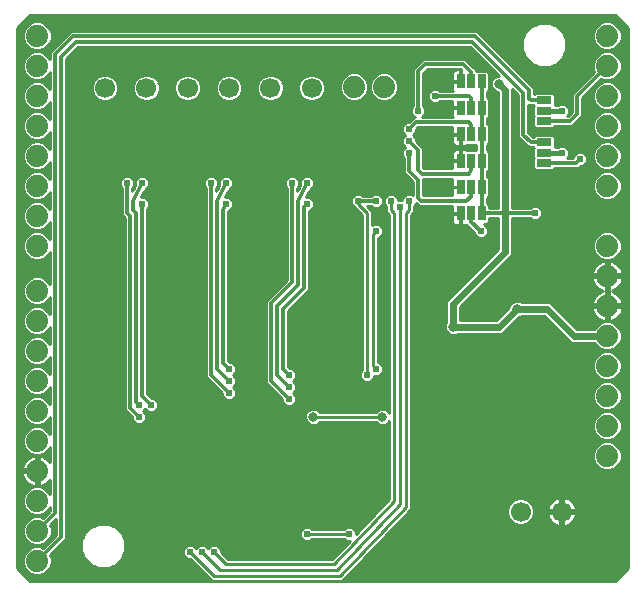
<source format=gbl>
G75*
G70*
%OFA0B0*%
%FSLAX24Y24*%
%IPPOS*%
%LPD*%
%AMOC8*
5,1,8,0,0,1.08239X$1,22.5*
%
%ADD10C,0.0740*%
%ADD11R,0.1870X0.1079*%
%ADD12R,0.0320X0.0320*%
%ADD13C,0.0669*%
%ADD14R,0.0250X0.0500*%
%ADD15R,0.0500X0.0250*%
%ADD16R,0.0240X0.0240*%
%ADD17C,0.0100*%
%ADD18C,0.0240*%
%ADD19C,0.0120*%
%ADD20C,0.0320*%
%ADD21C,0.0240*%
%ADD22C,0.0160*%
D10*
X007260Y005193D03*
X007260Y006193D03*
X007260Y007193D03*
X007260Y008193D03*
X007260Y009193D03*
X007260Y010193D03*
X007260Y011193D03*
X007260Y012193D03*
X007260Y013193D03*
X007260Y014193D03*
X007260Y015693D03*
X007260Y016693D03*
X007260Y017693D03*
X007260Y018693D03*
X007260Y019693D03*
X007260Y020693D03*
X007260Y021693D03*
X007260Y022693D03*
X017820Y020993D03*
X018820Y020993D03*
X026260Y020693D03*
X026260Y019693D03*
X026260Y018693D03*
X026260Y017693D03*
X026260Y015693D03*
X026260Y014693D03*
X026260Y013693D03*
X026260Y012693D03*
X026260Y011693D03*
X026260Y010693D03*
X026260Y009693D03*
X026260Y008693D03*
X026260Y021693D03*
X026260Y022693D03*
D11*
X012832Y008346D03*
D12*
X012832Y008246D03*
X012582Y008246D03*
X012332Y008246D03*
X012082Y008246D03*
X011832Y008246D03*
X011582Y008246D03*
X011582Y008496D03*
X011582Y008746D03*
X011832Y008746D03*
X011832Y008496D03*
X012082Y008496D03*
X012082Y008746D03*
X012332Y008746D03*
X012332Y008496D03*
X012582Y008496D03*
X012582Y008746D03*
X012832Y008746D03*
X012832Y008496D03*
X013082Y008496D03*
X013082Y008746D03*
X013332Y008746D03*
X013332Y008496D03*
X013332Y008246D03*
X013082Y008246D03*
X013082Y007996D03*
X012832Y007996D03*
X012582Y007996D03*
X012332Y007996D03*
X012082Y007996D03*
X011832Y007996D03*
X011582Y007996D03*
X011582Y007746D03*
X011832Y007746D03*
X012082Y007746D03*
X012332Y007746D03*
X012582Y007746D03*
X012832Y007746D03*
X013082Y007746D03*
X013332Y007746D03*
X013332Y007996D03*
X013582Y007996D03*
X013582Y008246D03*
X013582Y008496D03*
X013582Y008746D03*
X013832Y008746D03*
X013832Y008496D03*
X013832Y008246D03*
X013832Y007996D03*
X013832Y007746D03*
X013582Y007746D03*
X014082Y007746D03*
X014082Y007996D03*
X014082Y008246D03*
X014082Y008496D03*
X014082Y008746D03*
D13*
X023371Y006833D03*
X024748Y006833D03*
X016404Y020954D03*
X015026Y020954D03*
X013648Y020954D03*
X012271Y020954D03*
X010893Y020954D03*
X009515Y020954D03*
D14*
X021370Y021173D03*
X021720Y021173D03*
X022070Y021173D03*
X022070Y020293D03*
X021720Y020293D03*
X021370Y020293D03*
X021370Y019413D03*
X021720Y019413D03*
X022070Y019413D03*
X022070Y018533D03*
X021720Y018533D03*
X021370Y018533D03*
X021370Y017653D03*
X021720Y017653D03*
X022070Y017653D03*
X022070Y016773D03*
X021720Y016773D03*
X021370Y016773D03*
D15*
X024160Y018443D03*
X024160Y018793D03*
X024160Y019143D03*
X024160Y019843D03*
X024160Y020193D03*
X024160Y020543D03*
D16*
X020926Y020250D03*
X020926Y018570D03*
X020926Y017610D03*
X020926Y016710D03*
X018926Y018770D03*
X020460Y012093D03*
X020460Y011793D03*
X022160Y011093D03*
X017760Y011193D03*
X017760Y010893D03*
X017760Y010593D03*
X017410Y010543D03*
X017110Y010543D03*
X016810Y010543D03*
X016510Y010543D03*
X016160Y010593D03*
X016160Y010893D03*
X016160Y011193D03*
X016160Y011493D03*
X017760Y011493D03*
X014260Y011443D03*
X014260Y011743D03*
X012560Y011743D03*
X012560Y011443D03*
X011260Y011443D03*
X011260Y011743D03*
X010060Y011493D03*
X010060Y011193D03*
X010060Y010893D03*
X010060Y010593D03*
X009710Y010543D03*
X009410Y010543D03*
X009110Y010543D03*
X008810Y010543D03*
X008460Y010593D03*
X008460Y010893D03*
X008460Y011193D03*
X008460Y011493D03*
X020460Y005593D03*
X020460Y005193D03*
X020760Y005193D03*
X021160Y005193D03*
X021460Y005193D03*
X021460Y005593D03*
D17*
X007009Y004513D02*
X006580Y004943D01*
X006580Y022944D01*
X007009Y023373D01*
X026510Y023373D01*
X026940Y022944D01*
X026940Y004943D01*
X026510Y004513D01*
X007009Y004513D01*
X006932Y004590D02*
X013036Y004590D01*
X013000Y004627D02*
X013093Y004533D01*
X017295Y004533D01*
X017297Y004532D01*
X017361Y004533D01*
X017426Y004533D01*
X017427Y004535D01*
X017429Y004535D01*
X017474Y004581D01*
X017520Y004627D01*
X017520Y004629D01*
X019674Y006881D01*
X019720Y006927D01*
X019720Y006929D01*
X019721Y006931D01*
X019720Y006995D01*
X019720Y016727D01*
X019820Y016827D01*
X019820Y017028D01*
X019890Y017098D01*
X019890Y017123D01*
X019979Y017033D01*
X021095Y017033D01*
X021095Y016786D01*
X021357Y016786D01*
X021357Y016761D01*
X021095Y016761D01*
X021095Y016504D01*
X021105Y016465D01*
X021124Y016431D01*
X021152Y016403D01*
X021187Y016384D01*
X021225Y016373D01*
X021357Y016373D01*
X021357Y016761D01*
X021382Y016761D01*
X021382Y016373D01*
X021514Y016373D01*
X021552Y016384D01*
X021558Y016386D01*
X021605Y016347D01*
X021649Y016303D01*
X021659Y016303D01*
X021830Y016162D01*
X021830Y016098D01*
X021964Y015963D01*
X022155Y015963D01*
X022290Y016098D01*
X022290Y016289D01*
X022165Y016413D01*
X022240Y016413D01*
X022305Y016478D01*
X022305Y016623D01*
X022630Y016623D01*
X022630Y015589D01*
X021034Y013993D01*
X020900Y013859D01*
X020900Y013144D01*
X020860Y013047D01*
X020860Y012940D01*
X020901Y012840D01*
X020977Y012764D01*
X021076Y012723D01*
X021183Y012723D01*
X021280Y012763D01*
X022755Y012763D01*
X023316Y013324D01*
X023410Y013363D01*
X024164Y013363D01*
X025064Y012463D01*
X025835Y012463D01*
X025853Y012421D01*
X025988Y012286D01*
X026164Y012213D01*
X026355Y012213D01*
X026531Y012286D01*
X026666Y012421D01*
X026740Y012598D01*
X026740Y012789D01*
X026666Y012965D01*
X026531Y013100D01*
X026355Y013173D01*
X026164Y013173D01*
X025988Y013100D01*
X025853Y012965D01*
X025835Y012923D01*
X025255Y012923D01*
X024355Y013823D01*
X023410Y013823D01*
X023313Y013863D01*
X023206Y013863D01*
X023107Y013822D01*
X023031Y013746D01*
X022991Y013650D01*
X022564Y013223D01*
X021360Y013223D01*
X021360Y013668D01*
X023090Y015398D01*
X023090Y016623D01*
X023704Y016623D01*
X023764Y016563D01*
X023955Y016563D01*
X024090Y016698D01*
X024090Y016889D01*
X023955Y017023D01*
X023764Y017023D01*
X023704Y016963D01*
X023090Y016963D01*
X023090Y020923D01*
X023290Y020723D01*
X023290Y019323D01*
X023639Y018973D01*
X023800Y018973D01*
X023804Y018968D01*
X023800Y018964D01*
X023800Y018623D01*
X023804Y018618D01*
X023800Y018614D01*
X023800Y018273D01*
X023864Y018208D01*
X024455Y018208D01*
X024520Y018273D01*
X024520Y018273D01*
X025280Y018273D01*
X025370Y018363D01*
X025455Y018363D01*
X025590Y018498D01*
X025590Y018689D01*
X025455Y018823D01*
X025264Y018823D01*
X025130Y018689D01*
X025130Y018613D01*
X024905Y018613D01*
X024990Y018698D01*
X024990Y018889D01*
X024855Y019023D01*
X024664Y019023D01*
X024624Y018983D01*
X024520Y018983D01*
X024520Y019314D01*
X024455Y019378D01*
X023864Y019378D01*
X023800Y019314D01*
X023800Y019313D01*
X023780Y019313D01*
X023630Y019464D01*
X025835Y019464D01*
X025853Y019421D02*
X025988Y019286D01*
X026164Y019213D01*
X026355Y019213D01*
X026531Y019286D01*
X026666Y019421D01*
X026740Y019598D01*
X026740Y019789D01*
X026666Y019965D01*
X026531Y020100D01*
X026355Y020173D01*
X026164Y020173D01*
X025988Y020100D01*
X025853Y019965D01*
X025780Y019789D01*
X025780Y019598D01*
X025853Y019421D01*
X025909Y019365D02*
X024468Y019365D01*
X024520Y019267D02*
X026035Y019267D01*
X026152Y019168D02*
X024520Y019168D01*
X024520Y019070D02*
X025957Y019070D01*
X025988Y019100D02*
X025853Y018965D01*
X025780Y018789D01*
X025780Y018598D01*
X025853Y018421D01*
X025988Y018286D01*
X026164Y018213D01*
X026355Y018213D01*
X026531Y018286D01*
X026666Y018421D01*
X026740Y018598D01*
X026740Y018789D01*
X026666Y018965D01*
X026531Y019100D01*
X026355Y019173D01*
X026164Y019173D01*
X025988Y019100D01*
X025859Y018971D02*
X024907Y018971D01*
X024990Y018873D02*
X025814Y018873D01*
X025780Y018774D02*
X025504Y018774D01*
X025590Y018676D02*
X025780Y018676D01*
X025788Y018577D02*
X025590Y018577D01*
X025570Y018479D02*
X025829Y018479D01*
X025894Y018380D02*
X025472Y018380D01*
X025288Y018282D02*
X025999Y018282D01*
X025988Y018100D02*
X025853Y017965D01*
X025780Y017789D01*
X023090Y017789D01*
X023090Y017691D02*
X025780Y017691D01*
X025780Y017598D02*
X025853Y017421D01*
X025988Y017286D01*
X026164Y017213D01*
X026355Y017213D01*
X026531Y017286D01*
X026666Y017421D01*
X026740Y017598D01*
X026740Y017789D01*
X026666Y017965D01*
X026531Y018100D01*
X026355Y018173D01*
X026164Y018173D01*
X025988Y018100D01*
X025972Y018085D02*
X023090Y018085D01*
X023090Y018183D02*
X026940Y018183D01*
X026940Y018085D02*
X026547Y018085D01*
X026645Y017986D02*
X026940Y017986D01*
X026940Y017888D02*
X026698Y017888D01*
X026739Y017789D02*
X026940Y017789D01*
X026940Y017691D02*
X026740Y017691D01*
X026737Y017592D02*
X026940Y017592D01*
X026940Y017494D02*
X026696Y017494D01*
X026640Y017395D02*
X026940Y017395D01*
X026940Y017297D02*
X026542Y017297D01*
X026940Y017198D02*
X023090Y017198D01*
X023090Y017100D02*
X026940Y017100D01*
X026940Y017001D02*
X023977Y017001D01*
X024075Y016903D02*
X026940Y016903D01*
X026940Y016804D02*
X024090Y016804D01*
X024090Y016706D02*
X026940Y016706D01*
X026940Y016607D02*
X023999Y016607D01*
X023720Y016607D02*
X023090Y016607D01*
X023090Y016509D02*
X026940Y016509D01*
X026940Y016410D02*
X023090Y016410D01*
X023090Y016312D02*
X026940Y016312D01*
X026940Y016213D02*
X023090Y016213D01*
X023090Y016115D02*
X026023Y016115D01*
X025988Y016100D02*
X025853Y015965D01*
X025780Y015789D01*
X025780Y015598D01*
X025853Y015421D01*
X025988Y015286D01*
X026164Y015213D01*
X026355Y015213D01*
X026531Y015286D01*
X026666Y015421D01*
X026740Y015598D01*
X026740Y015789D01*
X026666Y015965D01*
X026531Y016100D01*
X026355Y016173D01*
X026164Y016173D01*
X025988Y016100D01*
X025904Y016016D02*
X023090Y016016D01*
X023090Y015918D02*
X025833Y015918D01*
X025792Y015819D02*
X023090Y015819D01*
X023090Y015721D02*
X025780Y015721D01*
X025780Y015622D02*
X023090Y015622D01*
X023090Y015524D02*
X025810Y015524D01*
X025851Y015425D02*
X023090Y015425D01*
X023018Y015327D02*
X025947Y015327D01*
X026060Y015175D02*
X025987Y015138D01*
X025921Y015090D01*
X025863Y015032D01*
X025815Y014966D01*
X025778Y014893D01*
X025752Y014815D01*
X025741Y014743D01*
X026210Y014743D01*
X026210Y015212D01*
X026138Y015201D01*
X026060Y015175D01*
X026128Y015228D02*
X022920Y015228D01*
X022821Y015130D02*
X025976Y015130D01*
X025862Y015031D02*
X022723Y015031D01*
X022624Y014933D02*
X025798Y014933D01*
X025759Y014834D02*
X022526Y014834D01*
X022427Y014736D02*
X026210Y014736D01*
X026210Y014743D02*
X026210Y014643D01*
X026310Y014643D01*
X026310Y014743D01*
X026778Y014743D01*
X026767Y014815D01*
X026741Y014893D01*
X026704Y014966D01*
X026656Y015032D01*
X026598Y015090D01*
X026532Y015138D01*
X026459Y015175D01*
X026381Y015201D01*
X026310Y015212D01*
X026310Y014743D01*
X026210Y014743D01*
X026210Y014834D02*
X026310Y014834D01*
X026310Y014736D02*
X026940Y014736D01*
X026940Y014834D02*
X026760Y014834D01*
X026721Y014933D02*
X026940Y014933D01*
X026940Y015031D02*
X026657Y015031D01*
X026543Y015130D02*
X026940Y015130D01*
X026940Y015228D02*
X026391Y015228D01*
X026310Y015130D02*
X026210Y015130D01*
X026210Y015031D02*
X026310Y015031D01*
X026310Y014933D02*
X026210Y014933D01*
X026210Y014643D02*
X025741Y014643D01*
X025752Y014572D01*
X025778Y014494D01*
X025815Y014421D01*
X025863Y014355D01*
X025921Y014297D01*
X025987Y014249D01*
X026060Y014211D01*
X026116Y014193D01*
X026060Y014175D01*
X025987Y014138D01*
X025921Y014090D01*
X025863Y014032D01*
X025815Y013966D01*
X025778Y013893D01*
X025752Y013815D01*
X025741Y013743D01*
X026210Y013743D01*
X026210Y014643D01*
X026210Y014637D02*
X026310Y014637D01*
X026310Y014643D02*
X026310Y014175D01*
X026310Y013743D01*
X026778Y013743D01*
X026767Y013815D01*
X026741Y013893D01*
X026704Y013966D01*
X026656Y014032D01*
X026598Y014090D01*
X026532Y014138D01*
X026459Y014175D01*
X026403Y014193D01*
X026459Y014211D01*
X026532Y014249D01*
X026598Y014297D01*
X026656Y014355D01*
X026704Y014421D01*
X026741Y014494D01*
X026767Y014572D01*
X026778Y014643D01*
X026310Y014643D01*
X026310Y014539D02*
X026210Y014539D01*
X026210Y014440D02*
X026310Y014440D01*
X026310Y014342D02*
X026210Y014342D01*
X026210Y014243D02*
X026310Y014243D01*
X026310Y014145D02*
X026210Y014145D01*
X026210Y014046D02*
X026310Y014046D01*
X026310Y013948D02*
X026210Y013948D01*
X026210Y013849D02*
X026310Y013849D01*
X026310Y013751D02*
X026210Y013751D01*
X026210Y013743D02*
X026310Y013743D01*
X026310Y013643D01*
X026778Y013643D01*
X026767Y013572D01*
X026741Y013494D01*
X026704Y013421D01*
X026656Y013355D01*
X026598Y013297D01*
X026532Y013249D01*
X026459Y013211D01*
X026381Y013186D01*
X026310Y013175D01*
X026310Y013643D01*
X026210Y013643D01*
X026210Y013175D01*
X026138Y013186D01*
X026060Y013211D01*
X025987Y013249D01*
X025921Y013297D01*
X025863Y013355D01*
X025815Y013421D01*
X025778Y013494D01*
X025752Y013572D01*
X025741Y013643D01*
X026210Y013643D01*
X026210Y013743D01*
X026210Y013652D02*
X024526Y013652D01*
X024624Y013554D02*
X025758Y013554D01*
X025797Y013455D02*
X024723Y013455D01*
X024821Y013357D02*
X025861Y013357D01*
X025974Y013258D02*
X024920Y013258D01*
X025018Y013160D02*
X026131Y013160D01*
X026210Y013258D02*
X026310Y013258D01*
X026310Y013357D02*
X026210Y013357D01*
X026210Y013455D02*
X026310Y013455D01*
X026310Y013554D02*
X026210Y013554D01*
X026310Y013652D02*
X026940Y013652D01*
X026940Y013554D02*
X026761Y013554D01*
X026722Y013455D02*
X026940Y013455D01*
X026940Y013357D02*
X026658Y013357D01*
X026545Y013258D02*
X026940Y013258D01*
X026940Y013160D02*
X026388Y013160D01*
X026570Y013061D02*
X026940Y013061D01*
X026940Y012963D02*
X026667Y012963D01*
X026708Y012864D02*
X026940Y012864D01*
X026940Y012766D02*
X026740Y012766D01*
X026740Y012667D02*
X026940Y012667D01*
X026940Y012569D02*
X026728Y012569D01*
X026687Y012470D02*
X026940Y012470D01*
X026940Y012372D02*
X026617Y012372D01*
X026500Y012273D02*
X026940Y012273D01*
X026940Y012175D02*
X019720Y012175D01*
X019720Y012273D02*
X026019Y012273D01*
X025902Y012372D02*
X019720Y012372D01*
X019720Y012470D02*
X025057Y012470D01*
X024959Y012569D02*
X019720Y012569D01*
X019720Y012667D02*
X024860Y012667D01*
X024762Y012766D02*
X022757Y012766D01*
X022856Y012864D02*
X024663Y012864D01*
X024565Y012963D02*
X022954Y012963D01*
X023053Y013061D02*
X024466Y013061D01*
X024368Y013160D02*
X023151Y013160D01*
X023250Y013258D02*
X024269Y013258D01*
X024171Y013357D02*
X023394Y013357D01*
X023347Y013849D02*
X025763Y013849D01*
X025742Y013751D02*
X024427Y013751D01*
X025117Y013061D02*
X025949Y013061D01*
X025852Y012963D02*
X025215Y012963D01*
X025806Y013948D02*
X021639Y013948D01*
X021541Y013849D02*
X023172Y013849D01*
X023035Y013751D02*
X021442Y013751D01*
X021360Y013652D02*
X022992Y013652D01*
X022895Y013554D02*
X021360Y013554D01*
X021360Y013455D02*
X022796Y013455D01*
X022698Y013357D02*
X021360Y013357D01*
X021360Y013258D02*
X022599Y013258D01*
X021738Y014046D02*
X025877Y014046D01*
X026000Y014145D02*
X021836Y014145D01*
X021935Y014243D02*
X025997Y014243D01*
X025876Y014342D02*
X022033Y014342D01*
X022132Y014440D02*
X025805Y014440D01*
X025763Y014539D02*
X022230Y014539D01*
X022329Y014637D02*
X025742Y014637D01*
X026522Y014243D02*
X026940Y014243D01*
X026940Y014145D02*
X026519Y014145D01*
X026642Y014046D02*
X026940Y014046D01*
X026940Y013948D02*
X026713Y013948D01*
X026756Y013849D02*
X026940Y013849D01*
X026940Y013751D02*
X026777Y013751D01*
X026643Y014342D02*
X026940Y014342D01*
X026940Y014440D02*
X026714Y014440D01*
X026756Y014539D02*
X026940Y014539D01*
X026940Y014637D02*
X026777Y014637D01*
X026940Y015327D02*
X026572Y015327D01*
X026668Y015425D02*
X026940Y015425D01*
X026940Y015524D02*
X026709Y015524D01*
X026740Y015622D02*
X026940Y015622D01*
X026940Y015721D02*
X026740Y015721D01*
X026727Y015819D02*
X026940Y015819D01*
X026940Y015918D02*
X026686Y015918D01*
X026615Y016016D02*
X026940Y016016D01*
X026940Y016115D02*
X026496Y016115D01*
X025977Y017297D02*
X023090Y017297D01*
X023090Y017395D02*
X025879Y017395D01*
X025823Y017494D02*
X023090Y017494D01*
X023090Y017592D02*
X025782Y017592D01*
X025780Y017598D02*
X025780Y017789D01*
X025821Y017888D02*
X023090Y017888D01*
X023090Y017986D02*
X025874Y017986D01*
X026520Y018282D02*
X026940Y018282D01*
X026940Y018380D02*
X026625Y018380D01*
X026690Y018479D02*
X026940Y018479D01*
X026940Y018577D02*
X026731Y018577D01*
X026740Y018676D02*
X026940Y018676D01*
X026940Y018774D02*
X026740Y018774D01*
X026705Y018873D02*
X026940Y018873D01*
X026940Y018971D02*
X026660Y018971D01*
X026562Y019070D02*
X026940Y019070D01*
X026940Y019168D02*
X026367Y019168D01*
X026484Y019267D02*
X026940Y019267D01*
X026940Y019365D02*
X026610Y019365D01*
X026684Y019464D02*
X026940Y019464D01*
X026940Y019562D02*
X026725Y019562D01*
X026740Y019661D02*
X026940Y019661D01*
X026940Y019759D02*
X026740Y019759D01*
X026711Y019858D02*
X026940Y019858D01*
X026940Y019956D02*
X026670Y019956D01*
X026577Y020055D02*
X026940Y020055D01*
X026940Y020153D02*
X026403Y020153D01*
X026355Y020213D02*
X026531Y020286D01*
X026666Y020421D01*
X026740Y020598D01*
X026740Y020789D01*
X026666Y020965D01*
X026531Y021100D01*
X026355Y021173D01*
X026164Y021173D01*
X025988Y021100D01*
X025853Y020965D01*
X025780Y020789D01*
X025780Y020598D01*
X025853Y020421D01*
X025988Y020286D01*
X026164Y020213D01*
X026355Y020213D01*
X026448Y020252D02*
X026940Y020252D01*
X026940Y020350D02*
X026595Y020350D01*
X026678Y020449D02*
X026940Y020449D01*
X026940Y020547D02*
X026719Y020547D01*
X026740Y020646D02*
X026940Y020646D01*
X026940Y020744D02*
X026740Y020744D01*
X026717Y020843D02*
X026940Y020843D01*
X026940Y020941D02*
X026676Y020941D01*
X026592Y021040D02*
X026940Y021040D01*
X026940Y021138D02*
X026439Y021138D01*
X026412Y021237D02*
X026940Y021237D01*
X026940Y021335D02*
X026580Y021335D01*
X026531Y021286D02*
X026666Y021421D01*
X026740Y021598D01*
X026740Y021789D01*
X026666Y021965D01*
X026531Y022100D01*
X026355Y022173D01*
X026164Y022173D01*
X025988Y022100D01*
X025853Y021965D01*
X025780Y021789D01*
X025780Y021598D01*
X025822Y021496D01*
X025090Y020764D01*
X025090Y020164D01*
X024939Y020013D01*
X024905Y020013D01*
X024990Y020098D01*
X024990Y020289D01*
X024855Y020423D01*
X024664Y020423D01*
X024624Y020383D01*
X024520Y020383D01*
X024520Y020714D01*
X024455Y020778D01*
X023864Y020778D01*
X023830Y020744D01*
X023830Y020744D01*
X023830Y020964D01*
X023730Y021063D01*
X021930Y022863D01*
X008389Y022863D01*
X008290Y022764D01*
X007690Y022164D01*
X007690Y021909D01*
X007666Y021965D01*
X007531Y022100D01*
X007355Y022173D01*
X007164Y022173D01*
X006988Y022100D01*
X006853Y021965D01*
X006780Y021789D01*
X006780Y021598D01*
X006853Y021421D01*
X006988Y021286D01*
X007164Y021213D01*
X007355Y021213D01*
X007531Y021286D01*
X007666Y021421D01*
X007690Y021477D01*
X007690Y020909D01*
X007666Y020965D01*
X007531Y021100D01*
X007355Y021173D01*
X007164Y021173D01*
X006988Y021100D01*
X006853Y020965D01*
X006780Y020789D01*
X006780Y020598D01*
X006853Y020421D01*
X006988Y020286D01*
X007164Y020213D01*
X007355Y020213D01*
X007531Y020286D01*
X007666Y020421D01*
X007690Y020477D01*
X007690Y019909D01*
X007666Y019965D01*
X007531Y020100D01*
X007355Y020173D01*
X007164Y020173D01*
X006988Y020100D01*
X006853Y019965D01*
X006780Y019789D01*
X006780Y019598D01*
X006853Y019421D01*
X006988Y019286D01*
X007164Y019213D01*
X007355Y019213D01*
X007531Y019286D01*
X007666Y019421D01*
X007690Y019477D01*
X007690Y018909D01*
X007666Y018965D01*
X007531Y019100D01*
X007355Y019173D01*
X007164Y019173D01*
X006988Y019100D01*
X006853Y018965D01*
X006780Y018789D01*
X006780Y018598D01*
X006853Y018421D01*
X006988Y018286D01*
X007164Y018213D01*
X007355Y018213D01*
X007531Y018286D01*
X007666Y018421D01*
X007690Y018477D01*
X007690Y017909D01*
X007666Y017965D01*
X007531Y018100D01*
X007355Y018173D01*
X007164Y018173D01*
X006988Y018100D01*
X006853Y017965D01*
X006780Y017789D01*
X006580Y017789D01*
X006580Y017691D02*
X006780Y017691D01*
X006780Y017598D02*
X006853Y017421D01*
X006988Y017286D01*
X007164Y017213D01*
X007355Y017213D01*
X007531Y017286D01*
X007666Y017421D01*
X007690Y017477D01*
X007690Y016909D01*
X007666Y016965D01*
X007531Y017100D01*
X007355Y017173D01*
X007164Y017173D01*
X006988Y017100D01*
X006853Y016965D01*
X006780Y016789D01*
X006780Y016598D01*
X006853Y016421D01*
X006988Y016286D01*
X007164Y016213D01*
X007355Y016213D01*
X007531Y016286D01*
X007666Y016421D01*
X007690Y016477D01*
X007690Y015909D01*
X007666Y015965D01*
X007531Y016100D01*
X007355Y016173D01*
X007164Y016173D01*
X006988Y016100D01*
X006853Y015965D01*
X006780Y015789D01*
X006780Y015598D01*
X006853Y015421D01*
X006988Y015286D01*
X007164Y015213D01*
X007355Y015213D01*
X007531Y015286D01*
X007666Y015421D01*
X007690Y015477D01*
X007690Y014409D01*
X007666Y014465D01*
X007531Y014600D01*
X007355Y014673D01*
X007164Y014673D01*
X006988Y014600D01*
X006853Y014465D01*
X006780Y014289D01*
X006780Y014098D01*
X006853Y013921D01*
X006988Y013786D01*
X007164Y013713D01*
X007355Y013713D01*
X007531Y013786D01*
X007666Y013921D01*
X007690Y013977D01*
X007690Y013409D01*
X007666Y013465D01*
X007531Y013600D01*
X007355Y013673D01*
X007164Y013673D01*
X006988Y013600D01*
X006853Y013465D01*
X006780Y013289D01*
X006780Y013098D01*
X006853Y012921D01*
X006988Y012786D01*
X007164Y012713D01*
X007355Y012713D01*
X007531Y012786D01*
X007666Y012921D01*
X007690Y012977D01*
X007690Y012409D01*
X007666Y012465D01*
X007531Y012600D01*
X007355Y012673D01*
X007164Y012673D01*
X006988Y012600D01*
X006853Y012465D01*
X006780Y012289D01*
X006780Y012098D01*
X006853Y011921D01*
X006988Y011786D01*
X007164Y011713D01*
X007355Y011713D01*
X007531Y011786D01*
X007666Y011921D01*
X007690Y011977D01*
X007690Y011409D01*
X007666Y011465D01*
X007531Y011600D01*
X007355Y011673D01*
X007164Y011673D01*
X006988Y011600D01*
X006853Y011465D01*
X006780Y011289D01*
X006780Y011098D01*
X006853Y010921D01*
X006988Y010786D01*
X007164Y010713D01*
X007355Y010713D01*
X007531Y010786D01*
X007666Y010921D01*
X007690Y010977D01*
X007690Y010409D01*
X007666Y010465D01*
X007531Y010600D01*
X007355Y010673D01*
X007164Y010673D01*
X006988Y010600D01*
X006853Y010465D01*
X006780Y010289D01*
X006780Y010098D01*
X006853Y009921D01*
X006988Y009786D01*
X007164Y009713D01*
X007355Y009713D01*
X007531Y009786D01*
X007666Y009921D01*
X007690Y009977D01*
X007690Y009409D01*
X007666Y009465D01*
X007531Y009600D01*
X007355Y009673D01*
X007164Y009673D01*
X006988Y009600D01*
X006853Y009465D01*
X006780Y009289D01*
X006780Y009098D01*
X006853Y008921D01*
X006988Y008786D01*
X007164Y008713D01*
X007355Y008713D01*
X007531Y008786D01*
X007666Y008921D01*
X007690Y008977D01*
X007690Y008486D01*
X007656Y008532D01*
X007598Y008590D01*
X007532Y008638D01*
X007459Y008675D01*
X007381Y008701D01*
X007310Y008712D01*
X007310Y008243D01*
X007210Y008243D01*
X007210Y008712D01*
X007138Y008701D01*
X007060Y008675D01*
X006987Y008638D01*
X006921Y008590D01*
X006863Y008532D01*
X006815Y008466D01*
X006778Y008393D01*
X006752Y008315D01*
X006741Y008243D01*
X007210Y008243D01*
X007210Y008143D01*
X007310Y008143D01*
X007310Y007675D01*
X007381Y007686D01*
X007459Y007711D01*
X007532Y007749D01*
X007598Y007797D01*
X007656Y007855D01*
X007690Y007900D01*
X007690Y007409D01*
X007666Y007465D01*
X007531Y007600D01*
X007355Y007673D01*
X007164Y007673D01*
X006988Y007600D01*
X006853Y007465D01*
X006780Y007289D01*
X006780Y007098D01*
X006853Y006921D01*
X006988Y006786D01*
X007164Y006713D01*
X007355Y006713D01*
X007531Y006786D01*
X007666Y006921D01*
X007690Y006977D01*
X007690Y006864D01*
X007457Y006631D01*
X007355Y006673D01*
X007164Y006673D01*
X006988Y006600D01*
X006853Y006465D01*
X006780Y006289D01*
X006780Y006098D01*
X006853Y005921D01*
X006988Y005786D01*
X007164Y005713D01*
X007355Y005713D01*
X007531Y005786D01*
X007666Y005921D01*
X007740Y006098D01*
X007740Y006289D01*
X007697Y006391D01*
X007890Y006583D01*
X007890Y006064D01*
X007457Y005631D01*
X007355Y005673D01*
X007164Y005673D01*
X006988Y005600D01*
X006853Y005465D01*
X006780Y005289D01*
X006780Y005098D01*
X006853Y004921D01*
X006988Y004786D01*
X007164Y004713D01*
X007355Y004713D01*
X007531Y004786D01*
X007666Y004921D01*
X007740Y005098D01*
X007740Y005289D01*
X007697Y005391D01*
X008130Y005823D01*
X008230Y005923D01*
X008230Y021923D01*
X008630Y022323D01*
X021689Y022323D01*
X022649Y021363D01*
X022606Y021363D01*
X022507Y021322D01*
X022431Y021246D01*
X022390Y021147D01*
X022390Y021040D01*
X022305Y021040D01*
X022390Y021040D02*
X022431Y020940D01*
X022507Y020864D01*
X022603Y020824D01*
X022630Y020798D01*
X022630Y016963D01*
X022305Y016963D01*
X022305Y017069D01*
X022240Y017133D01*
X022240Y017133D01*
X022240Y017293D01*
X022305Y017358D01*
X022305Y017949D01*
X022240Y018013D01*
X022240Y018013D01*
X022240Y018173D01*
X022305Y018238D01*
X022305Y018829D01*
X022240Y018893D01*
X022240Y018893D01*
X022240Y019053D01*
X022305Y019118D01*
X022305Y019709D01*
X022240Y019773D01*
X022240Y019773D01*
X022240Y019933D01*
X022305Y019998D01*
X022305Y020589D01*
X022240Y020653D01*
X022240Y020653D01*
X022240Y020813D01*
X022305Y020878D01*
X022305Y021469D01*
X022240Y021533D01*
X021899Y021533D01*
X021895Y021529D01*
X021890Y021533D01*
X021890Y021533D01*
X021890Y021564D01*
X021887Y021566D01*
X021887Y021570D01*
X021837Y021616D01*
X021790Y021663D01*
X021786Y021663D01*
X021557Y021876D01*
X021510Y021923D01*
X021506Y021923D01*
X021504Y021926D01*
X021436Y021923D01*
X020129Y021923D01*
X019889Y021683D01*
X019790Y021584D01*
X019790Y020349D01*
X019730Y020289D01*
X019730Y020098D01*
X019844Y019983D01*
X019809Y019983D01*
X019649Y019823D01*
X019564Y019823D01*
X019430Y019689D01*
X019430Y019498D01*
X019534Y019393D01*
X019430Y019289D01*
X019430Y019098D01*
X019534Y018993D01*
X019430Y018889D01*
X019430Y018698D01*
X019490Y018638D01*
X019490Y018123D01*
X019589Y018023D01*
X019790Y017823D01*
X019790Y017389D01*
X019755Y017423D01*
X019564Y017423D01*
X019430Y017289D01*
X019430Y017223D01*
X019290Y017223D01*
X019290Y017289D01*
X019155Y017423D01*
X018964Y017423D01*
X018830Y017289D01*
X018830Y017098D01*
X018900Y017028D01*
X018900Y016827D01*
X019000Y016727D01*
X019000Y010119D01*
X018988Y010146D01*
X018912Y010222D01*
X018813Y010263D01*
X018706Y010263D01*
X018607Y010222D01*
X018538Y010153D01*
X016681Y010153D01*
X016612Y010222D01*
X016513Y010263D01*
X016406Y010263D01*
X016307Y010222D01*
X016231Y010146D01*
X016190Y010047D01*
X016190Y009940D01*
X016231Y009840D01*
X016307Y009764D01*
X016406Y009723D01*
X016513Y009723D01*
X016612Y009764D01*
X016681Y009833D01*
X018538Y009833D01*
X018607Y009764D01*
X018706Y009723D01*
X018813Y009723D01*
X018912Y009764D01*
X018988Y009840D01*
X019000Y009867D01*
X019000Y007257D01*
X017890Y006092D01*
X017890Y006189D01*
X017755Y006323D01*
X017564Y006323D01*
X017494Y006253D01*
X016425Y006253D01*
X016355Y006323D01*
X016164Y006323D01*
X016030Y006189D01*
X016030Y005998D01*
X016164Y005863D01*
X016355Y005863D01*
X016425Y005933D01*
X017494Y005933D01*
X017564Y005863D01*
X017672Y005863D01*
X017091Y005253D01*
X013626Y005253D01*
X013390Y005490D01*
X013390Y005589D01*
X013255Y005723D01*
X013064Y005723D01*
X012960Y005619D01*
X012855Y005723D01*
X012664Y005723D01*
X012560Y005619D01*
X012455Y005723D01*
X012264Y005723D01*
X012130Y005589D01*
X012130Y005398D01*
X012264Y005263D01*
X012363Y005263D01*
X013000Y004627D01*
X012938Y004689D02*
X006834Y004689D01*
X006735Y004787D02*
X006987Y004787D01*
X006888Y004886D02*
X006637Y004886D01*
X006580Y004984D02*
X006827Y004984D01*
X006786Y005083D02*
X006580Y005083D01*
X006580Y005181D02*
X006780Y005181D01*
X006780Y005280D02*
X006580Y005280D01*
X006580Y005378D02*
X006817Y005378D01*
X006864Y005477D02*
X006580Y005477D01*
X006580Y005575D02*
X006963Y005575D01*
X007022Y005772D02*
X006580Y005772D01*
X006580Y005674D02*
X007500Y005674D01*
X007497Y005772D02*
X007598Y005772D01*
X007616Y005871D02*
X007697Y005871D01*
X007686Y005969D02*
X007795Y005969D01*
X007727Y006068D02*
X007890Y006068D01*
X007890Y006166D02*
X007740Y006166D01*
X007740Y006265D02*
X007890Y006265D01*
X007890Y006363D02*
X007709Y006363D01*
X007768Y006462D02*
X007890Y006462D01*
X007890Y006560D02*
X007867Y006560D01*
X007583Y006757D02*
X007461Y006757D01*
X007485Y006659D02*
X007390Y006659D01*
X007129Y006659D02*
X006580Y006659D01*
X006580Y006757D02*
X007058Y006757D01*
X006918Y006856D02*
X006580Y006856D01*
X006580Y006954D02*
X006839Y006954D01*
X006798Y007053D02*
X006580Y007053D01*
X006580Y007151D02*
X006780Y007151D01*
X006780Y007250D02*
X006580Y007250D01*
X006580Y007348D02*
X006804Y007348D01*
X006845Y007447D02*
X006580Y007447D01*
X006580Y007545D02*
X006933Y007545D01*
X007093Y007644D02*
X006580Y007644D01*
X006580Y007742D02*
X006999Y007742D01*
X006987Y007749D02*
X007060Y007711D01*
X007138Y007686D01*
X007210Y007675D01*
X007210Y008143D01*
X006741Y008143D01*
X006752Y008072D01*
X006778Y007994D01*
X006815Y007921D01*
X006863Y007855D01*
X006921Y007797D01*
X006987Y007749D01*
X006877Y007841D02*
X006580Y007841D01*
X006580Y007939D02*
X006805Y007939D01*
X006763Y008038D02*
X006580Y008038D01*
X006580Y008136D02*
X006742Y008136D01*
X006580Y008235D02*
X007210Y008235D01*
X007210Y008333D02*
X007310Y008333D01*
X007310Y008432D02*
X007210Y008432D01*
X007210Y008530D02*
X007310Y008530D01*
X007310Y008629D02*
X007210Y008629D01*
X007130Y008727D02*
X006580Y008727D01*
X006580Y008629D02*
X006974Y008629D01*
X006862Y008530D02*
X006580Y008530D01*
X006580Y008432D02*
X006797Y008432D01*
X006758Y008333D02*
X006580Y008333D01*
X006580Y008826D02*
X006948Y008826D01*
X006851Y008924D02*
X006580Y008924D01*
X006580Y009023D02*
X006811Y009023D01*
X006780Y009121D02*
X006580Y009121D01*
X006580Y009220D02*
X006780Y009220D01*
X006792Y009318D02*
X006580Y009318D01*
X006580Y009417D02*
X006833Y009417D01*
X006903Y009515D02*
X006580Y009515D01*
X006580Y009614D02*
X007020Y009614D01*
X006963Y009811D02*
X006580Y009811D01*
X006580Y009909D02*
X006865Y009909D01*
X006817Y010008D02*
X006580Y010008D01*
X006580Y010106D02*
X006780Y010106D01*
X006780Y010205D02*
X006580Y010205D01*
X006580Y010303D02*
X006786Y010303D01*
X006826Y010402D02*
X006580Y010402D01*
X006580Y010500D02*
X006888Y010500D01*
X006986Y010599D02*
X006580Y010599D01*
X006580Y010697D02*
X007690Y010697D01*
X007690Y010599D02*
X007533Y010599D01*
X007631Y010500D02*
X007690Y010500D01*
X007690Y010796D02*
X007541Y010796D01*
X007639Y010894D02*
X007690Y010894D01*
X008230Y010894D02*
X010190Y010894D01*
X010190Y010796D02*
X008230Y010796D01*
X008230Y010697D02*
X010190Y010697D01*
X010190Y010599D02*
X008230Y010599D01*
X008230Y010500D02*
X010190Y010500D01*
X010190Y010402D02*
X008230Y010402D01*
X008230Y010303D02*
X010190Y010303D01*
X010190Y010223D02*
X010289Y010123D01*
X010430Y009983D01*
X010430Y009898D01*
X010564Y009763D01*
X010755Y009763D01*
X010890Y009898D01*
X010890Y010089D01*
X010785Y010193D01*
X010860Y010268D01*
X010964Y010163D01*
X011155Y010163D01*
X011290Y010298D01*
X011290Y010489D01*
X011155Y010623D01*
X011070Y010623D01*
X010930Y010764D01*
X010930Y016938D01*
X010990Y016998D01*
X010990Y017189D01*
X010855Y017323D01*
X010715Y017323D01*
X010835Y017563D01*
X010855Y017563D01*
X010990Y017698D01*
X010990Y017889D01*
X010855Y018023D01*
X010664Y018023D01*
X010530Y017889D01*
X010530Y017713D01*
X010430Y017513D01*
X010430Y017638D01*
X010490Y017698D01*
X010490Y017889D01*
X010355Y018023D01*
X010164Y018023D01*
X010030Y017889D01*
X010030Y017698D01*
X010090Y017638D01*
X010090Y016723D01*
X010189Y016623D01*
X010190Y016623D01*
X010190Y010223D01*
X010208Y010205D02*
X008230Y010205D01*
X008230Y010106D02*
X010306Y010106D01*
X010405Y010008D02*
X008230Y010008D01*
X008230Y009909D02*
X010430Y009909D01*
X010517Y009811D02*
X008230Y009811D01*
X008230Y009712D02*
X019000Y009712D01*
X019000Y009614D02*
X008230Y009614D01*
X008230Y009515D02*
X019000Y009515D01*
X019000Y009417D02*
X008230Y009417D01*
X008230Y009318D02*
X019000Y009318D01*
X019000Y009220D02*
X008230Y009220D01*
X008230Y009121D02*
X019000Y009121D01*
X019000Y009023D02*
X008230Y009023D01*
X008230Y008924D02*
X019000Y008924D01*
X019000Y008826D02*
X008230Y008826D01*
X008230Y008727D02*
X019000Y008727D01*
X019000Y008629D02*
X008230Y008629D01*
X008230Y008530D02*
X019000Y008530D01*
X019000Y008432D02*
X008230Y008432D01*
X008230Y008333D02*
X019000Y008333D01*
X019000Y008235D02*
X008230Y008235D01*
X008230Y008136D02*
X019000Y008136D01*
X019000Y008038D02*
X008230Y008038D01*
X008230Y007939D02*
X019000Y007939D01*
X019000Y007841D02*
X008230Y007841D01*
X008230Y007742D02*
X019000Y007742D01*
X019000Y007644D02*
X008230Y007644D01*
X008230Y007545D02*
X019000Y007545D01*
X019000Y007447D02*
X008230Y007447D01*
X008230Y007348D02*
X019000Y007348D01*
X018992Y007250D02*
X008230Y007250D01*
X008230Y007151D02*
X018899Y007151D01*
X018805Y007053D02*
X008230Y007053D01*
X008230Y006954D02*
X018711Y006954D01*
X018617Y006856D02*
X008230Y006856D01*
X008230Y006757D02*
X018523Y006757D01*
X018430Y006659D02*
X008230Y006659D01*
X008230Y006560D02*
X018336Y006560D01*
X018242Y006462D02*
X008230Y006462D01*
X008230Y006363D02*
X009144Y006363D01*
X009040Y006321D02*
X008832Y006112D01*
X008720Y005840D01*
X008720Y005546D01*
X008832Y005274D01*
X009040Y005066D01*
X009312Y004953D01*
X009607Y004953D01*
X009879Y005066D01*
X010087Y005274D01*
X010199Y005546D01*
X010199Y005840D01*
X010087Y006112D01*
X009879Y006321D01*
X009607Y006433D01*
X009312Y006433D01*
X009040Y006321D01*
X008985Y006265D02*
X008230Y006265D01*
X008230Y006166D02*
X008886Y006166D01*
X008814Y006068D02*
X008230Y006068D01*
X008230Y005969D02*
X008773Y005969D01*
X008732Y005871D02*
X008177Y005871D01*
X008079Y005772D02*
X008720Y005772D01*
X008720Y005674D02*
X007980Y005674D01*
X007882Y005575D02*
X008720Y005575D01*
X008748Y005477D02*
X007783Y005477D01*
X007702Y005378D02*
X008789Y005378D01*
X008830Y005280D02*
X007740Y005280D01*
X007740Y005181D02*
X008925Y005181D01*
X009024Y005083D02*
X007733Y005083D01*
X007692Y004984D02*
X009238Y004984D01*
X009681Y004984D02*
X012642Y004984D01*
X012741Y004886D02*
X007631Y004886D01*
X007532Y004787D02*
X012839Y004787D01*
X013160Y004693D02*
X017360Y004693D01*
X019560Y006993D01*
X019560Y016793D01*
X019660Y016893D01*
X019660Y017193D01*
X019783Y017395D02*
X019790Y017395D01*
X019790Y017494D02*
X016300Y017494D01*
X016335Y017563D02*
X016355Y017563D01*
X016490Y017698D01*
X016490Y017889D01*
X016355Y018023D01*
X016164Y018023D01*
X016030Y017889D01*
X016030Y017713D01*
X015930Y017513D01*
X015930Y017638D01*
X015990Y017698D01*
X015990Y017889D01*
X015855Y018023D01*
X015664Y018023D01*
X015530Y017889D01*
X015530Y017698D01*
X015590Y017638D01*
X015590Y014564D01*
X014989Y013963D01*
X014890Y013864D01*
X014890Y011123D01*
X014989Y011023D01*
X015430Y010583D01*
X015430Y010498D01*
X015564Y010363D01*
X015755Y010363D01*
X015890Y010498D01*
X015890Y010689D01*
X015785Y010793D01*
X015890Y010898D01*
X015890Y011089D01*
X015785Y011193D01*
X015890Y011298D01*
X015890Y011489D01*
X015755Y011623D01*
X015670Y011623D01*
X015630Y011664D01*
X015630Y013523D01*
X016230Y014123D01*
X016330Y014223D01*
X016330Y016863D01*
X016355Y016863D01*
X016490Y016998D01*
X016490Y017189D01*
X016355Y017323D01*
X016215Y017323D01*
X016335Y017563D01*
X016384Y017592D02*
X019790Y017592D01*
X019790Y017691D02*
X016482Y017691D01*
X016490Y017789D02*
X019790Y017789D01*
X019725Y017888D02*
X016490Y017888D01*
X016392Y017986D02*
X019626Y017986D01*
X019528Y018085D02*
X008230Y018085D01*
X008230Y018183D02*
X019490Y018183D01*
X019490Y018282D02*
X008230Y018282D01*
X008230Y018380D02*
X019490Y018380D01*
X019490Y018479D02*
X008230Y018479D01*
X008230Y018577D02*
X019490Y018577D01*
X019452Y018676D02*
X008230Y018676D01*
X008230Y018774D02*
X019430Y018774D01*
X019430Y018873D02*
X008230Y018873D01*
X008230Y018971D02*
X019512Y018971D01*
X019458Y019070D02*
X008230Y019070D01*
X008230Y019168D02*
X019430Y019168D01*
X019430Y019267D02*
X008230Y019267D01*
X008230Y019365D02*
X019506Y019365D01*
X019464Y019464D02*
X008230Y019464D01*
X008230Y019562D02*
X019430Y019562D01*
X019430Y019661D02*
X008230Y019661D01*
X008230Y019759D02*
X019500Y019759D01*
X019684Y019858D02*
X008230Y019858D01*
X008230Y019956D02*
X019782Y019956D01*
X019773Y020055D02*
X008230Y020055D01*
X008230Y020153D02*
X019730Y020153D01*
X019730Y020252D02*
X008230Y020252D01*
X008230Y020350D02*
X019790Y020350D01*
X019790Y020449D02*
X008230Y020449D01*
X008230Y020547D02*
X009334Y020547D01*
X009263Y020577D02*
X009426Y020509D01*
X009603Y020509D01*
X009767Y020577D01*
X009892Y020702D01*
X009959Y020865D01*
X009959Y021042D01*
X009892Y021206D01*
X009767Y021331D01*
X009603Y021399D01*
X009426Y021399D01*
X009263Y021331D01*
X009138Y021206D01*
X009070Y021042D01*
X009070Y020865D01*
X009138Y020702D01*
X009263Y020577D01*
X009194Y020646D02*
X008230Y020646D01*
X008230Y020744D02*
X009120Y020744D01*
X009079Y020843D02*
X008230Y020843D01*
X008230Y020941D02*
X009070Y020941D01*
X009070Y021040D02*
X008230Y021040D01*
X008230Y021138D02*
X009110Y021138D01*
X009169Y021237D02*
X008230Y021237D01*
X008230Y021335D02*
X009274Y021335D01*
X009756Y021335D02*
X010651Y021335D01*
X010641Y021331D02*
X010516Y021206D01*
X010448Y021042D01*
X010448Y020865D01*
X010516Y020702D01*
X010641Y020577D01*
X010804Y020509D01*
X010981Y020509D01*
X011144Y020577D01*
X011270Y020702D01*
X011337Y020865D01*
X011337Y021042D01*
X011270Y021206D01*
X011144Y021331D01*
X010981Y021399D01*
X010804Y021399D01*
X010641Y021331D01*
X010547Y021237D02*
X009861Y021237D01*
X009920Y021138D02*
X010488Y021138D01*
X010448Y021040D02*
X009959Y021040D01*
X009959Y020941D02*
X010448Y020941D01*
X010457Y020843D02*
X009950Y020843D01*
X009909Y020744D02*
X010498Y020744D01*
X010572Y020646D02*
X009835Y020646D01*
X009695Y020547D02*
X010712Y020547D01*
X011073Y020547D02*
X012090Y020547D01*
X012019Y020577D02*
X012182Y020509D01*
X012359Y020509D01*
X012522Y020577D01*
X012647Y020702D01*
X012715Y020865D01*
X012715Y021042D01*
X012647Y021206D01*
X012522Y021331D01*
X012359Y021399D01*
X012182Y021399D01*
X012019Y021331D01*
X011894Y021206D01*
X011826Y021042D01*
X011826Y020865D01*
X011894Y020702D01*
X012019Y020577D01*
X011950Y020646D02*
X011213Y020646D01*
X011287Y020744D02*
X011876Y020744D01*
X011835Y020843D02*
X011328Y020843D01*
X011337Y020941D02*
X011826Y020941D01*
X011826Y021040D02*
X011337Y021040D01*
X011297Y021138D02*
X011866Y021138D01*
X011925Y021237D02*
X011238Y021237D01*
X011134Y021335D02*
X012029Y021335D01*
X012512Y021335D02*
X013407Y021335D01*
X013397Y021331D02*
X013272Y021206D01*
X013204Y021042D01*
X013204Y020865D01*
X013272Y020702D01*
X013397Y020577D01*
X013560Y020509D01*
X013737Y020509D01*
X013900Y020577D01*
X014025Y020702D01*
X014093Y020865D01*
X014093Y021042D01*
X014025Y021206D01*
X013900Y021331D01*
X013737Y021399D01*
X013560Y021399D01*
X013397Y021331D01*
X013303Y021237D02*
X012616Y021237D01*
X012675Y021138D02*
X013244Y021138D01*
X013204Y021040D02*
X012715Y021040D01*
X012715Y020941D02*
X013204Y020941D01*
X013213Y020843D02*
X012706Y020843D01*
X012665Y020744D02*
X013254Y020744D01*
X013328Y020646D02*
X012591Y020646D01*
X012451Y020547D02*
X013468Y020547D01*
X013829Y020547D02*
X014846Y020547D01*
X014775Y020577D02*
X014938Y020509D01*
X015115Y020509D01*
X015278Y020577D01*
X015403Y020702D01*
X015471Y020865D01*
X015471Y021042D01*
X015403Y021206D01*
X015278Y021331D01*
X015115Y021399D01*
X014938Y021399D01*
X014775Y021331D01*
X014649Y021206D01*
X014582Y021042D01*
X014582Y020865D01*
X014649Y020702D01*
X014775Y020577D01*
X014706Y020646D02*
X013969Y020646D01*
X014043Y020744D02*
X014632Y020744D01*
X014591Y020843D02*
X014084Y020843D01*
X014093Y020941D02*
X014582Y020941D01*
X014582Y021040D02*
X014093Y021040D01*
X014053Y021138D02*
X014622Y021138D01*
X014681Y021237D02*
X013994Y021237D01*
X013890Y021335D02*
X014785Y021335D01*
X015268Y021335D02*
X016163Y021335D01*
X016153Y021331D02*
X016027Y021206D01*
X015960Y021042D01*
X015960Y020865D01*
X016027Y020702D01*
X016153Y020577D01*
X016316Y020509D01*
X016493Y020509D01*
X016656Y020577D01*
X016781Y020702D01*
X016849Y020865D01*
X016849Y021042D01*
X016781Y021206D01*
X016656Y021331D01*
X016493Y021399D01*
X016316Y021399D01*
X016153Y021331D01*
X016058Y021237D02*
X015372Y021237D01*
X015431Y021138D02*
X016000Y021138D01*
X015960Y021040D02*
X015471Y021040D01*
X015471Y020941D02*
X015960Y020941D01*
X015969Y020843D02*
X015462Y020843D01*
X015421Y020744D02*
X016010Y020744D01*
X016084Y020646D02*
X015347Y020646D01*
X015207Y020547D02*
X016224Y020547D01*
X016585Y020547D02*
X017642Y020547D01*
X017724Y020513D02*
X017915Y020513D01*
X018091Y020586D01*
X018226Y020721D01*
X018300Y020898D01*
X018300Y021089D01*
X018226Y021265D01*
X018091Y021400D01*
X017915Y021473D01*
X017724Y021473D01*
X017548Y021400D01*
X017413Y021265D01*
X017340Y021089D01*
X017340Y020898D01*
X017413Y020721D01*
X017548Y020586D01*
X017724Y020513D01*
X017488Y020646D02*
X016725Y020646D01*
X016799Y020744D02*
X017403Y020744D01*
X017362Y020843D02*
X016840Y020843D01*
X016849Y020941D02*
X017340Y020941D01*
X017340Y021040D02*
X016849Y021040D01*
X016809Y021138D02*
X017360Y021138D01*
X017401Y021237D02*
X016750Y021237D01*
X016645Y021335D02*
X017483Y021335D01*
X017629Y021434D02*
X008230Y021434D01*
X008230Y021532D02*
X019790Y021532D01*
X019790Y021434D02*
X019010Y021434D01*
X019091Y021400D02*
X018915Y021473D01*
X018724Y021473D01*
X018548Y021400D01*
X018413Y021265D01*
X018340Y021089D01*
X018340Y020898D01*
X018413Y020721D01*
X018548Y020586D01*
X018724Y020513D01*
X018915Y020513D01*
X019091Y020586D01*
X019226Y020721D01*
X019300Y020898D01*
X019300Y021089D01*
X019226Y021265D01*
X019091Y021400D01*
X019156Y021335D02*
X019790Y021335D01*
X019790Y021237D02*
X019238Y021237D01*
X019279Y021138D02*
X019790Y021138D01*
X019790Y021040D02*
X019300Y021040D01*
X019300Y020941D02*
X019790Y020941D01*
X019790Y020843D02*
X019277Y020843D01*
X019236Y020744D02*
X019790Y020744D01*
X019790Y020646D02*
X019151Y020646D01*
X018997Y020547D02*
X019790Y020547D01*
X020130Y020547D02*
X020340Y020547D01*
X020290Y020598D02*
X020290Y020789D01*
X020424Y020923D01*
X020615Y020923D01*
X020675Y020863D01*
X021106Y020863D01*
X021105Y020865D01*
X021095Y020904D01*
X021095Y021161D01*
X021357Y021161D01*
X021357Y021186D01*
X021357Y021573D01*
X021225Y021573D01*
X021187Y021563D01*
X021152Y021543D01*
X021124Y021515D01*
X021105Y021481D01*
X021095Y021443D01*
X021095Y021186D01*
X021357Y021186D01*
X021382Y021186D01*
X021382Y021573D01*
X021384Y021573D01*
X021373Y021583D01*
X020270Y021583D01*
X020130Y021443D01*
X020130Y020349D01*
X020190Y020289D01*
X020190Y020098D01*
X020075Y019983D01*
X021106Y019983D01*
X021105Y019985D01*
X021095Y020024D01*
X021095Y020281D01*
X021357Y020281D01*
X021357Y020306D01*
X021095Y020306D01*
X021095Y020523D01*
X020675Y020523D01*
X020615Y020463D01*
X020424Y020463D01*
X020290Y020598D01*
X020290Y020646D02*
X020130Y020646D01*
X020130Y020744D02*
X020290Y020744D01*
X020344Y020843D02*
X020130Y020843D01*
X020130Y020941D02*
X021095Y020941D01*
X021095Y021040D02*
X020130Y021040D01*
X020130Y021138D02*
X021095Y021138D01*
X021095Y021237D02*
X020130Y021237D01*
X020130Y021335D02*
X021095Y021335D01*
X021095Y021434D02*
X020130Y021434D01*
X020219Y021532D02*
X021141Y021532D01*
X021357Y021532D02*
X021382Y021532D01*
X021382Y021434D02*
X021357Y021434D01*
X021357Y021335D02*
X021382Y021335D01*
X021382Y021237D02*
X021357Y021237D01*
X021822Y021631D02*
X022382Y021631D01*
X022480Y021532D02*
X022241Y021532D01*
X022305Y021434D02*
X022579Y021434D01*
X022538Y021335D02*
X022305Y021335D01*
X022305Y021237D02*
X022427Y021237D01*
X022390Y021138D02*
X022305Y021138D01*
X022305Y020941D02*
X022430Y020941D01*
X022559Y020843D02*
X022270Y020843D01*
X022240Y020813D02*
X022240Y020813D01*
X022240Y020744D02*
X022630Y020744D01*
X022630Y020646D02*
X022248Y020646D01*
X022305Y020547D02*
X022630Y020547D01*
X022630Y020449D02*
X022305Y020449D01*
X022305Y020350D02*
X022630Y020350D01*
X022630Y020252D02*
X022305Y020252D01*
X022305Y020153D02*
X022630Y020153D01*
X022630Y020055D02*
X022305Y020055D01*
X022263Y019956D02*
X022630Y019956D01*
X022630Y019858D02*
X022240Y019858D01*
X022240Y019933D02*
X022240Y019933D01*
X022254Y019759D02*
X022630Y019759D01*
X022630Y019661D02*
X022305Y019661D01*
X022305Y019562D02*
X022630Y019562D01*
X022630Y019464D02*
X022305Y019464D01*
X022305Y019365D02*
X022630Y019365D01*
X022630Y019267D02*
X022305Y019267D01*
X022305Y019168D02*
X022630Y019168D01*
X022630Y019070D02*
X022257Y019070D01*
X022240Y019053D02*
X022240Y019053D01*
X022240Y018971D02*
X022630Y018971D01*
X022630Y018873D02*
X022261Y018873D01*
X022305Y018774D02*
X022630Y018774D01*
X022630Y018676D02*
X022305Y018676D01*
X022305Y018577D02*
X022630Y018577D01*
X022630Y018479D02*
X022305Y018479D01*
X022305Y018380D02*
X022630Y018380D01*
X022630Y018282D02*
X022305Y018282D01*
X022250Y018183D02*
X022630Y018183D01*
X022630Y018085D02*
X022240Y018085D01*
X022240Y018173D02*
X022240Y018173D01*
X022267Y017986D02*
X022630Y017986D01*
X022630Y017888D02*
X022305Y017888D01*
X022305Y017789D02*
X022630Y017789D01*
X022630Y017691D02*
X022305Y017691D01*
X022305Y017592D02*
X022630Y017592D01*
X022630Y017494D02*
X022305Y017494D01*
X022305Y017395D02*
X022630Y017395D01*
X022630Y017297D02*
X022244Y017297D01*
X022240Y017293D02*
X022240Y017293D01*
X022240Y017198D02*
X022630Y017198D01*
X022630Y017100D02*
X022274Y017100D01*
X022305Y017001D02*
X022630Y017001D01*
X022630Y016607D02*
X022305Y016607D01*
X022305Y016509D02*
X022630Y016509D01*
X022630Y016410D02*
X022168Y016410D01*
X022266Y016312D02*
X022630Y016312D01*
X022630Y016213D02*
X022290Y016213D01*
X022290Y016115D02*
X022630Y016115D01*
X022630Y016016D02*
X022208Y016016D01*
X021911Y016016D02*
X019720Y016016D01*
X019720Y015918D02*
X022630Y015918D01*
X022630Y015819D02*
X019720Y015819D01*
X019720Y015721D02*
X022630Y015721D01*
X022630Y015622D02*
X019720Y015622D01*
X019720Y015524D02*
X022565Y015524D01*
X022466Y015425D02*
X019720Y015425D01*
X019720Y015327D02*
X022368Y015327D01*
X022269Y015228D02*
X019720Y015228D01*
X019720Y015130D02*
X022171Y015130D01*
X022072Y015031D02*
X019720Y015031D01*
X019720Y014933D02*
X021974Y014933D01*
X021875Y014834D02*
X019720Y014834D01*
X019720Y014736D02*
X021777Y014736D01*
X021678Y014637D02*
X019720Y014637D01*
X019720Y014539D02*
X021580Y014539D01*
X021481Y014440D02*
X019720Y014440D01*
X019720Y014342D02*
X021383Y014342D01*
X021284Y014243D02*
X019720Y014243D01*
X019720Y014145D02*
X021186Y014145D01*
X021087Y014046D02*
X019720Y014046D01*
X019720Y013948D02*
X020989Y013948D01*
X020900Y013849D02*
X019720Y013849D01*
X019720Y013751D02*
X020900Y013751D01*
X020900Y013652D02*
X019720Y013652D01*
X019720Y013554D02*
X020900Y013554D01*
X020900Y013455D02*
X019720Y013455D01*
X019720Y013357D02*
X020900Y013357D01*
X020900Y013258D02*
X019720Y013258D01*
X019720Y013160D02*
X020900Y013160D01*
X020865Y013061D02*
X019720Y013061D01*
X019720Y012963D02*
X020860Y012963D01*
X020891Y012864D02*
X019720Y012864D01*
X019720Y012766D02*
X020975Y012766D01*
X019720Y012076D02*
X025964Y012076D01*
X025988Y012100D02*
X025853Y011965D01*
X025780Y011789D01*
X025780Y011598D01*
X025853Y011421D01*
X025988Y011286D01*
X026164Y011213D01*
X026355Y011213D01*
X026531Y011286D01*
X026666Y011421D01*
X026740Y011598D01*
X026740Y011789D01*
X026666Y011965D01*
X026531Y012100D01*
X026355Y012173D01*
X026164Y012173D01*
X025988Y012100D01*
X025865Y011978D02*
X019720Y011978D01*
X019720Y011879D02*
X025817Y011879D01*
X025780Y011781D02*
X019720Y011781D01*
X019720Y011682D02*
X025780Y011682D01*
X025785Y011584D02*
X019720Y011584D01*
X019720Y011485D02*
X025826Y011485D01*
X025887Y011387D02*
X019720Y011387D01*
X019720Y011288D02*
X025986Y011288D01*
X025988Y011100D02*
X025853Y010965D01*
X025780Y010789D01*
X025780Y010598D01*
X025853Y010421D01*
X025988Y010286D01*
X026164Y010213D01*
X026355Y010213D01*
X026531Y010286D01*
X026666Y010421D01*
X026740Y010598D01*
X026740Y010789D01*
X026666Y010965D01*
X026531Y011100D01*
X026355Y011173D01*
X026164Y011173D01*
X025988Y011100D01*
X025979Y011091D02*
X019720Y011091D01*
X019720Y010993D02*
X025880Y010993D01*
X025823Y010894D02*
X019720Y010894D01*
X019720Y010796D02*
X025782Y010796D01*
X025780Y010697D02*
X019720Y010697D01*
X019720Y010599D02*
X025780Y010599D01*
X025820Y010500D02*
X019720Y010500D01*
X019720Y010402D02*
X025872Y010402D01*
X025971Y010303D02*
X019720Y010303D01*
X019720Y010205D02*
X026940Y010205D01*
X026940Y010303D02*
X026548Y010303D01*
X026647Y010402D02*
X026940Y010402D01*
X026940Y010500D02*
X026699Y010500D01*
X026740Y010599D02*
X026940Y010599D01*
X026940Y010697D02*
X026740Y010697D01*
X026737Y010796D02*
X026940Y010796D01*
X026940Y010894D02*
X026696Y010894D01*
X026639Y010993D02*
X026940Y010993D01*
X026940Y011091D02*
X026540Y011091D01*
X026533Y011288D02*
X026940Y011288D01*
X026940Y011190D02*
X019720Y011190D01*
X019000Y011190D02*
X018381Y011190D01*
X018355Y011163D02*
X018490Y011298D01*
X018490Y011363D01*
X018655Y011363D01*
X018790Y011498D01*
X018790Y011689D01*
X018655Y011823D01*
X018620Y011823D01*
X018620Y015963D01*
X018655Y015963D01*
X018790Y016098D01*
X018790Y016289D01*
X018655Y016423D01*
X018464Y016423D01*
X018420Y016379D01*
X018420Y016860D01*
X018256Y017023D01*
X018404Y017023D01*
X018464Y016963D01*
X018655Y016963D01*
X018790Y017098D01*
X018790Y017289D01*
X018655Y017423D01*
X018464Y017423D01*
X018404Y017363D01*
X018115Y017363D01*
X018055Y017423D01*
X017864Y017423D01*
X017730Y017289D01*
X017730Y017098D01*
X017800Y017028D01*
X017800Y017027D01*
X017893Y016933D01*
X018100Y016727D01*
X018100Y011559D01*
X018030Y011489D01*
X018030Y011298D01*
X018164Y011163D01*
X018355Y011163D01*
X018480Y011288D02*
X019000Y011288D01*
X019000Y011387D02*
X018678Y011387D01*
X018777Y011485D02*
X019000Y011485D01*
X019000Y011584D02*
X018790Y011584D01*
X018790Y011682D02*
X019000Y011682D01*
X019000Y011781D02*
X018697Y011781D01*
X018620Y011879D02*
X019000Y011879D01*
X019000Y011978D02*
X018620Y011978D01*
X018620Y012076D02*
X019000Y012076D01*
X019000Y012175D02*
X018620Y012175D01*
X018620Y012273D02*
X019000Y012273D01*
X019000Y012372D02*
X018620Y012372D01*
X018620Y012470D02*
X019000Y012470D01*
X019000Y012569D02*
X018620Y012569D01*
X018620Y012667D02*
X019000Y012667D01*
X019000Y012766D02*
X018620Y012766D01*
X018620Y012864D02*
X019000Y012864D01*
X019000Y012963D02*
X018620Y012963D01*
X018620Y013061D02*
X019000Y013061D01*
X019000Y013160D02*
X018620Y013160D01*
X018620Y013258D02*
X019000Y013258D01*
X019000Y013357D02*
X018620Y013357D01*
X018620Y013455D02*
X019000Y013455D01*
X019000Y013554D02*
X018620Y013554D01*
X018620Y013652D02*
X019000Y013652D01*
X019000Y013751D02*
X018620Y013751D01*
X018620Y013849D02*
X019000Y013849D01*
X019000Y013948D02*
X018620Y013948D01*
X018620Y014046D02*
X019000Y014046D01*
X019000Y014145D02*
X018620Y014145D01*
X018620Y014243D02*
X019000Y014243D01*
X019000Y014342D02*
X018620Y014342D01*
X018620Y014440D02*
X019000Y014440D01*
X019000Y014539D02*
X018620Y014539D01*
X018620Y014637D02*
X019000Y014637D01*
X019000Y014736D02*
X018620Y014736D01*
X018620Y014834D02*
X019000Y014834D01*
X019000Y014933D02*
X018620Y014933D01*
X018620Y015031D02*
X019000Y015031D01*
X019000Y015130D02*
X018620Y015130D01*
X018620Y015228D02*
X019000Y015228D01*
X019000Y015327D02*
X018620Y015327D01*
X018620Y015425D02*
X019000Y015425D01*
X019000Y015524D02*
X018620Y015524D01*
X018620Y015622D02*
X019000Y015622D01*
X019000Y015721D02*
X018620Y015721D01*
X018620Y015819D02*
X019000Y015819D01*
X019000Y015918D02*
X018620Y015918D01*
X018708Y016016D02*
X019000Y016016D01*
X019000Y016115D02*
X018790Y016115D01*
X018790Y016213D02*
X019000Y016213D01*
X019000Y016312D02*
X018766Y016312D01*
X018668Y016410D02*
X019000Y016410D01*
X019000Y016509D02*
X018420Y016509D01*
X018420Y016607D02*
X019000Y016607D01*
X019000Y016706D02*
X018420Y016706D01*
X018420Y016804D02*
X018922Y016804D01*
X018900Y016903D02*
X018376Y016903D01*
X018426Y017001D02*
X018278Y017001D01*
X018260Y016793D02*
X017960Y017093D01*
X017960Y017193D01*
X017730Y017198D02*
X016480Y017198D01*
X016490Y017100D02*
X017730Y017100D01*
X017825Y017001D02*
X016490Y017001D01*
X016394Y016903D02*
X017924Y016903D01*
X018022Y016804D02*
X016330Y016804D01*
X016330Y016706D02*
X018100Y016706D01*
X018100Y016607D02*
X016330Y016607D01*
X016330Y016509D02*
X018100Y016509D01*
X018100Y016410D02*
X016330Y016410D01*
X016330Y016312D02*
X018100Y016312D01*
X018100Y016213D02*
X016330Y016213D01*
X016330Y016115D02*
X018100Y016115D01*
X018100Y016016D02*
X016330Y016016D01*
X016330Y015918D02*
X018100Y015918D01*
X018100Y015819D02*
X016330Y015819D01*
X016330Y015721D02*
X018100Y015721D01*
X018100Y015622D02*
X016330Y015622D01*
X016330Y015524D02*
X018100Y015524D01*
X018100Y015425D02*
X016330Y015425D01*
X016330Y015327D02*
X018100Y015327D01*
X018100Y015228D02*
X016330Y015228D01*
X016330Y015130D02*
X018100Y015130D01*
X018100Y015031D02*
X016330Y015031D01*
X016330Y014933D02*
X018100Y014933D01*
X018100Y014834D02*
X016330Y014834D01*
X016330Y014736D02*
X018100Y014736D01*
X018100Y014637D02*
X016330Y014637D01*
X016330Y014539D02*
X018100Y014539D01*
X018100Y014440D02*
X016330Y014440D01*
X016330Y014342D02*
X018100Y014342D01*
X018100Y014243D02*
X016330Y014243D01*
X016251Y014145D02*
X018100Y014145D01*
X018100Y014046D02*
X016153Y014046D01*
X016054Y013948D02*
X018100Y013948D01*
X018100Y013849D02*
X015956Y013849D01*
X015857Y013751D02*
X018100Y013751D01*
X018100Y013652D02*
X015759Y013652D01*
X015660Y013554D02*
X018100Y013554D01*
X018100Y013455D02*
X015630Y013455D01*
X015630Y013357D02*
X018100Y013357D01*
X018100Y013258D02*
X015630Y013258D01*
X015630Y013160D02*
X018100Y013160D01*
X018100Y013061D02*
X015630Y013061D01*
X015630Y012963D02*
X018100Y012963D01*
X018100Y012864D02*
X015630Y012864D01*
X015630Y012766D02*
X018100Y012766D01*
X018100Y012667D02*
X015630Y012667D01*
X015630Y012569D02*
X018100Y012569D01*
X018100Y012470D02*
X015630Y012470D01*
X015630Y012372D02*
X018100Y012372D01*
X018100Y012273D02*
X015630Y012273D01*
X015630Y012175D02*
X018100Y012175D01*
X018100Y012076D02*
X015630Y012076D01*
X015630Y011978D02*
X018100Y011978D01*
X018100Y011879D02*
X015630Y011879D01*
X015630Y011781D02*
X018100Y011781D01*
X018100Y011682D02*
X015630Y011682D01*
X015794Y011584D02*
X018100Y011584D01*
X018030Y011485D02*
X015890Y011485D01*
X015890Y011387D02*
X018030Y011387D01*
X018039Y011288D02*
X015880Y011288D01*
X015788Y011190D02*
X018138Y011190D01*
X018260Y011393D02*
X018260Y016793D01*
X018420Y016410D02*
X018451Y016410D01*
X018560Y016193D02*
X018460Y016093D01*
X018460Y011693D01*
X018560Y011593D01*
X019000Y011091D02*
X015887Y011091D01*
X015890Y010993D02*
X019000Y010993D01*
X019000Y010894D02*
X015886Y010894D01*
X015787Y010796D02*
X019000Y010796D01*
X019000Y010697D02*
X015881Y010697D01*
X015890Y010599D02*
X019000Y010599D01*
X019000Y010500D02*
X015890Y010500D01*
X015793Y010402D02*
X019000Y010402D01*
X019000Y010303D02*
X011290Y010303D01*
X011290Y010402D02*
X015526Y010402D01*
X015430Y010500D02*
X011278Y010500D01*
X011179Y010599D02*
X013529Y010599D01*
X013564Y010563D02*
X013430Y010698D01*
X013430Y010783D01*
X012989Y011223D01*
X012890Y011323D01*
X012890Y017638D01*
X012830Y017698D01*
X012830Y017889D01*
X012964Y018023D01*
X013155Y018023D01*
X013290Y017889D01*
X013290Y017698D01*
X013230Y017638D01*
X013230Y017513D01*
X013330Y017713D01*
X013330Y017889D01*
X013464Y018023D01*
X013655Y018023D01*
X013790Y017889D01*
X013790Y017698D01*
X013655Y017563D01*
X013635Y017563D01*
X013515Y017323D01*
X013655Y017323D01*
X013790Y017189D01*
X013790Y016998D01*
X013655Y016863D01*
X013635Y016863D01*
X013630Y016853D01*
X013630Y011864D01*
X013670Y011823D01*
X013755Y011823D01*
X013890Y011689D01*
X013890Y011498D01*
X013785Y011393D01*
X013890Y011289D01*
X013890Y011098D01*
X013785Y010993D01*
X015020Y010993D01*
X015118Y010894D02*
X013884Y010894D01*
X013890Y010889D02*
X013785Y010993D01*
X013883Y011091D02*
X014921Y011091D01*
X014890Y011190D02*
X013890Y011190D01*
X013890Y011288D02*
X014890Y011288D01*
X014890Y011387D02*
X013791Y011387D01*
X013877Y011485D02*
X014890Y011485D01*
X014890Y011584D02*
X013890Y011584D01*
X013890Y011682D02*
X014890Y011682D01*
X014890Y011781D02*
X013797Y011781D01*
X013630Y011879D02*
X014890Y011879D01*
X014890Y011978D02*
X013630Y011978D01*
X013630Y012076D02*
X014890Y012076D01*
X014890Y012175D02*
X013630Y012175D01*
X013630Y012273D02*
X014890Y012273D01*
X014890Y012372D02*
X013630Y012372D01*
X013630Y012470D02*
X014890Y012470D01*
X014890Y012569D02*
X013630Y012569D01*
X013630Y012667D02*
X014890Y012667D01*
X014890Y012766D02*
X013630Y012766D01*
X013630Y012864D02*
X014890Y012864D01*
X014890Y012963D02*
X013630Y012963D01*
X013630Y013061D02*
X014890Y013061D01*
X014890Y013160D02*
X013630Y013160D01*
X013630Y013258D02*
X014890Y013258D01*
X014890Y013357D02*
X013630Y013357D01*
X013630Y013455D02*
X014890Y013455D01*
X014890Y013554D02*
X013630Y013554D01*
X013630Y013652D02*
X014890Y013652D01*
X014890Y013751D02*
X013630Y013751D01*
X013630Y013849D02*
X014890Y013849D01*
X014974Y013948D02*
X013630Y013948D01*
X013630Y014046D02*
X015072Y014046D01*
X015171Y014145D02*
X013630Y014145D01*
X013630Y014243D02*
X015269Y014243D01*
X015368Y014342D02*
X013630Y014342D01*
X013630Y014440D02*
X015466Y014440D01*
X015565Y014539D02*
X013630Y014539D01*
X013630Y014637D02*
X015590Y014637D01*
X015590Y014736D02*
X013630Y014736D01*
X013630Y014834D02*
X015590Y014834D01*
X015590Y014933D02*
X013630Y014933D01*
X013630Y015031D02*
X015590Y015031D01*
X015590Y015130D02*
X013630Y015130D01*
X013630Y015228D02*
X015590Y015228D01*
X015590Y015327D02*
X013630Y015327D01*
X013630Y015425D02*
X015590Y015425D01*
X015590Y015524D02*
X013630Y015524D01*
X013630Y015622D02*
X015590Y015622D01*
X015590Y015721D02*
X013630Y015721D01*
X013630Y015819D02*
X015590Y015819D01*
X015590Y015918D02*
X013630Y015918D01*
X013630Y016016D02*
X015590Y016016D01*
X015590Y016115D02*
X013630Y016115D01*
X013630Y016213D02*
X015590Y016213D01*
X015590Y016312D02*
X013630Y016312D01*
X013630Y016410D02*
X015590Y016410D01*
X015590Y016509D02*
X013630Y016509D01*
X013630Y016607D02*
X015590Y016607D01*
X015590Y016706D02*
X013630Y016706D01*
X013630Y016804D02*
X015590Y016804D01*
X015590Y016903D02*
X013694Y016903D01*
X013790Y017001D02*
X015590Y017001D01*
X015590Y017100D02*
X013790Y017100D01*
X013780Y017198D02*
X015590Y017198D01*
X015590Y017297D02*
X013681Y017297D01*
X013551Y017395D02*
X015590Y017395D01*
X015590Y017494D02*
X013600Y017494D01*
X013684Y017592D02*
X015590Y017592D01*
X015537Y017691D02*
X013782Y017691D01*
X013790Y017789D02*
X015530Y017789D01*
X015530Y017888D02*
X013790Y017888D01*
X013692Y017986D02*
X015627Y017986D01*
X015892Y017986D02*
X016127Y017986D01*
X016030Y017888D02*
X015990Y017888D01*
X015990Y017789D02*
X016030Y017789D01*
X016018Y017691D02*
X015982Y017691D01*
X015969Y017592D02*
X015930Y017592D01*
X016251Y017395D02*
X017836Y017395D01*
X017738Y017297D02*
X016381Y017297D01*
X018083Y017395D02*
X018436Y017395D01*
X018683Y017395D02*
X018936Y017395D01*
X018838Y017297D02*
X018781Y017297D01*
X018790Y017198D02*
X018830Y017198D01*
X018830Y017100D02*
X018790Y017100D01*
X018693Y017001D02*
X018900Y017001D01*
X019060Y016893D02*
X019060Y017193D01*
X019183Y017395D02*
X019536Y017395D01*
X019438Y017297D02*
X019281Y017297D01*
X019360Y016993D02*
X019360Y007093D01*
X017260Y004893D01*
X013360Y004893D01*
X012760Y005493D01*
X012904Y005674D02*
X013015Y005674D01*
X013160Y005493D02*
X013560Y005093D01*
X017160Y005093D01*
X019160Y007193D01*
X019160Y016793D01*
X019060Y016893D01*
X019720Y016706D02*
X021095Y016706D01*
X021095Y016804D02*
X019797Y016804D01*
X019820Y016903D02*
X021095Y016903D01*
X021095Y017001D02*
X019820Y017001D01*
X019890Y017100D02*
X019913Y017100D01*
X020130Y017373D02*
X020130Y017933D01*
X020140Y017933D01*
X021097Y017933D01*
X021095Y017923D01*
X021095Y017666D01*
X021357Y017666D01*
X021357Y017641D01*
X021095Y017641D01*
X021095Y017384D01*
X021097Y017373D01*
X020130Y017373D01*
X020130Y017395D02*
X021095Y017395D01*
X021095Y017494D02*
X020130Y017494D01*
X020130Y017592D02*
X021095Y017592D01*
X021095Y017691D02*
X020130Y017691D01*
X020130Y017789D02*
X021095Y017789D01*
X021095Y017888D02*
X020130Y017888D01*
X020140Y018273D02*
X020130Y018284D01*
X020130Y018964D01*
X019890Y019204D01*
X019890Y019289D01*
X019785Y019393D01*
X019890Y019498D01*
X019890Y019583D01*
X019950Y019643D01*
X021095Y019643D01*
X021095Y019426D01*
X021357Y019426D01*
X021357Y019401D01*
X021095Y019401D01*
X021095Y019144D01*
X021105Y019105D01*
X021124Y019071D01*
X021152Y019043D01*
X021187Y019024D01*
X021225Y019013D01*
X021357Y019013D01*
X021357Y019401D01*
X021382Y019401D01*
X021382Y019013D01*
X021514Y019013D01*
X021552Y019024D01*
X021587Y019043D01*
X021597Y019053D01*
X021890Y019053D01*
X021895Y019058D01*
X021899Y019053D01*
X021900Y019053D01*
X021900Y018893D01*
X021899Y018893D01*
X021895Y018889D01*
X021890Y018893D01*
X021597Y018893D01*
X021587Y018903D01*
X021552Y018923D01*
X021514Y018933D01*
X021382Y018933D01*
X021382Y018546D01*
X021357Y018546D01*
X021357Y018933D01*
X021225Y018933D01*
X021187Y018923D01*
X021152Y018903D01*
X021124Y018875D01*
X021105Y018841D01*
X021095Y018803D01*
X021095Y018546D01*
X021357Y018546D01*
X021357Y018521D01*
X021095Y018521D01*
X021095Y018273D01*
X020140Y018273D01*
X020131Y018282D02*
X021095Y018282D01*
X021095Y018380D02*
X020130Y018380D01*
X020130Y018479D02*
X021095Y018479D01*
X021095Y018577D02*
X020130Y018577D01*
X020130Y018676D02*
X021095Y018676D01*
X021095Y018774D02*
X020130Y018774D01*
X020130Y018873D02*
X021123Y018873D01*
X021126Y019070D02*
X020023Y019070D01*
X019925Y019168D02*
X021095Y019168D01*
X021095Y019267D02*
X019890Y019267D01*
X019813Y019365D02*
X021095Y019365D01*
X021095Y019464D02*
X019855Y019464D01*
X019890Y019562D02*
X021095Y019562D01*
X021357Y019365D02*
X021382Y019365D01*
X021382Y019267D02*
X021357Y019267D01*
X021357Y019168D02*
X021382Y019168D01*
X021382Y019070D02*
X021357Y019070D01*
X021357Y018873D02*
X021382Y018873D01*
X021382Y018774D02*
X021357Y018774D01*
X021357Y018676D02*
X021382Y018676D01*
X021382Y018577D02*
X021357Y018577D01*
X021900Y018971D02*
X020122Y018971D01*
X020146Y020055D02*
X021095Y020055D01*
X021095Y020153D02*
X020190Y020153D01*
X020190Y020252D02*
X021095Y020252D01*
X021095Y020350D02*
X020130Y020350D01*
X020130Y020449D02*
X021095Y020449D01*
X021891Y021532D02*
X021898Y021532D01*
X021715Y021729D02*
X022283Y021729D01*
X022185Y021828D02*
X021609Y021828D01*
X021889Y022123D02*
X008430Y022123D01*
X008331Y022025D02*
X021988Y022025D01*
X022086Y021926D02*
X008233Y021926D01*
X008230Y021828D02*
X020034Y021828D01*
X019935Y021729D02*
X008230Y021729D01*
X008230Y021631D02*
X019837Y021631D01*
X018629Y021434D02*
X018010Y021434D01*
X018156Y021335D02*
X018483Y021335D01*
X018401Y021237D02*
X018238Y021237D01*
X018279Y021138D02*
X018360Y021138D01*
X018340Y021040D02*
X018300Y021040D01*
X018300Y020941D02*
X018340Y020941D01*
X018362Y020843D02*
X018277Y020843D01*
X018236Y020744D02*
X018403Y020744D01*
X018488Y020646D02*
X018151Y020646D01*
X017997Y020547D02*
X018642Y020547D01*
X021692Y022320D02*
X008627Y022320D01*
X008528Y022222D02*
X021791Y022222D01*
X022177Y022616D02*
X023451Y022616D01*
X023420Y022540D02*
X023420Y022246D01*
X023532Y021974D01*
X023740Y021766D01*
X024012Y021653D01*
X024307Y021653D01*
X024579Y021766D01*
X024787Y021974D01*
X024899Y022246D01*
X024899Y022540D01*
X024787Y022812D01*
X024579Y023021D01*
X024307Y023133D01*
X024012Y023133D01*
X023740Y023021D01*
X023532Y022812D01*
X023420Y022540D01*
X023420Y022517D02*
X022276Y022517D01*
X022374Y022419D02*
X023420Y022419D01*
X023420Y022320D02*
X022473Y022320D01*
X022571Y022222D02*
X023430Y022222D01*
X023470Y022123D02*
X022670Y022123D01*
X022768Y022025D02*
X023511Y022025D01*
X023580Y021926D02*
X022867Y021926D01*
X022965Y021828D02*
X023679Y021828D01*
X023829Y021729D02*
X023064Y021729D01*
X023162Y021631D02*
X025780Y021631D01*
X025780Y021729D02*
X024490Y021729D01*
X024640Y021828D02*
X025796Y021828D01*
X025836Y021926D02*
X024739Y021926D01*
X024808Y022025D02*
X025912Y022025D01*
X026043Y022123D02*
X024849Y022123D01*
X024889Y022222D02*
X026143Y022222D01*
X026164Y022213D02*
X026355Y022213D01*
X026531Y022286D01*
X026666Y022421D01*
X026740Y022598D01*
X026740Y022789D01*
X026666Y022965D01*
X026531Y023100D01*
X026355Y023173D01*
X026164Y023173D01*
X025988Y023100D01*
X025853Y022965D01*
X025780Y022789D01*
X025780Y022598D01*
X025853Y022421D01*
X025988Y022286D01*
X026164Y022213D01*
X026376Y022222D02*
X026940Y022222D01*
X026940Y022320D02*
X026565Y022320D01*
X026664Y022419D02*
X026940Y022419D01*
X026940Y022517D02*
X026706Y022517D01*
X026740Y022616D02*
X026940Y022616D01*
X026940Y022714D02*
X026740Y022714D01*
X026730Y022813D02*
X026940Y022813D01*
X026940Y022911D02*
X026689Y022911D01*
X026622Y023010D02*
X026873Y023010D01*
X026775Y023108D02*
X026512Y023108D01*
X026676Y023207D02*
X006843Y023207D01*
X006941Y023305D02*
X026578Y023305D01*
X026007Y023108D02*
X024367Y023108D01*
X024589Y023010D02*
X025897Y023010D01*
X025830Y022911D02*
X024688Y022911D01*
X024786Y022813D02*
X025789Y022813D01*
X025780Y022714D02*
X024827Y022714D01*
X024868Y022616D02*
X025780Y022616D01*
X025813Y022517D02*
X024899Y022517D01*
X024899Y022419D02*
X025855Y022419D01*
X025954Y022320D02*
X024899Y022320D01*
X025807Y021532D02*
X023261Y021532D01*
X023359Y021434D02*
X025760Y021434D01*
X025661Y021335D02*
X023458Y021335D01*
X023556Y021237D02*
X025563Y021237D01*
X025464Y021138D02*
X023655Y021138D01*
X023753Y021040D02*
X025366Y021040D01*
X025267Y020941D02*
X023830Y020941D01*
X023830Y020843D02*
X025169Y020843D01*
X025090Y020744D02*
X024489Y020744D01*
X024520Y020646D02*
X025090Y020646D01*
X025090Y020547D02*
X024520Y020547D01*
X024520Y020449D02*
X025090Y020449D01*
X025090Y020350D02*
X024928Y020350D01*
X024990Y020252D02*
X025090Y020252D01*
X025079Y020153D02*
X024990Y020153D01*
X024981Y020055D02*
X024946Y020055D01*
X025166Y019759D02*
X025780Y019759D01*
X025780Y019661D02*
X024508Y019661D01*
X024520Y019673D02*
X024520Y019673D01*
X024455Y019608D01*
X023864Y019608D01*
X023800Y019673D01*
X023800Y020014D01*
X023804Y020018D01*
X023800Y020023D01*
X023800Y020364D01*
X023804Y020368D01*
X023800Y020373D01*
X023800Y020373D01*
X023639Y020373D01*
X023630Y020383D01*
X023630Y019464D01*
X023630Y019562D02*
X025794Y019562D01*
X025808Y019858D02*
X025264Y019858D01*
X025330Y019923D02*
X025430Y020023D01*
X025430Y020623D01*
X026062Y021256D01*
X026164Y021213D01*
X026355Y021213D01*
X026531Y021286D01*
X026672Y021434D02*
X026940Y021434D01*
X026940Y021532D02*
X026712Y021532D01*
X026740Y021631D02*
X026940Y021631D01*
X026940Y021729D02*
X026740Y021729D01*
X026723Y021828D02*
X026940Y021828D01*
X026940Y021926D02*
X026683Y021926D01*
X026607Y022025D02*
X026940Y022025D01*
X026940Y022123D02*
X026476Y022123D01*
X026107Y021237D02*
X026043Y021237D01*
X026080Y021138D02*
X025945Y021138D01*
X025927Y021040D02*
X025846Y021040D01*
X025843Y020941D02*
X025748Y020941D01*
X025802Y020843D02*
X025649Y020843D01*
X025551Y020744D02*
X025780Y020744D01*
X025780Y020646D02*
X025452Y020646D01*
X025430Y020547D02*
X025800Y020547D01*
X025841Y020449D02*
X025430Y020449D01*
X025430Y020350D02*
X025924Y020350D01*
X026071Y020252D02*
X025430Y020252D01*
X025430Y020153D02*
X026116Y020153D01*
X025942Y020055D02*
X025430Y020055D01*
X025363Y019956D02*
X025849Y019956D01*
X025330Y019923D02*
X025080Y019673D01*
X024520Y019673D01*
X023811Y019661D02*
X023630Y019661D01*
X023630Y019759D02*
X023800Y019759D01*
X023800Y019858D02*
X023630Y019858D01*
X023630Y019956D02*
X023800Y019956D01*
X023800Y020055D02*
X023630Y020055D01*
X023630Y020153D02*
X023800Y020153D01*
X023800Y020252D02*
X023630Y020252D01*
X023630Y020350D02*
X023800Y020350D01*
X023290Y020350D02*
X023090Y020350D01*
X023090Y020252D02*
X023290Y020252D01*
X023290Y020153D02*
X023090Y020153D01*
X023090Y020055D02*
X023290Y020055D01*
X023290Y019956D02*
X023090Y019956D01*
X023090Y019858D02*
X023290Y019858D01*
X023290Y019759D02*
X023090Y019759D01*
X023090Y019661D02*
X023290Y019661D01*
X023290Y019562D02*
X023090Y019562D01*
X023090Y019464D02*
X023290Y019464D01*
X023290Y019365D02*
X023090Y019365D01*
X023090Y019267D02*
X023346Y019267D01*
X023444Y019168D02*
X023090Y019168D01*
X023090Y019070D02*
X023543Y019070D01*
X023800Y018973D02*
X023800Y018973D01*
X023801Y018971D02*
X023090Y018971D01*
X023090Y018873D02*
X023800Y018873D01*
X023800Y018774D02*
X023090Y018774D01*
X023090Y018676D02*
X023800Y018676D01*
X023800Y018577D02*
X023090Y018577D01*
X023090Y018479D02*
X023800Y018479D01*
X023800Y018380D02*
X023090Y018380D01*
X023090Y018282D02*
X023800Y018282D01*
X023851Y019365D02*
X023728Y019365D01*
X023290Y020449D02*
X023090Y020449D01*
X023090Y020547D02*
X023290Y020547D01*
X023290Y020646D02*
X023090Y020646D01*
X023090Y020744D02*
X023268Y020744D01*
X023170Y020843D02*
X023090Y020843D01*
X023492Y022714D02*
X022079Y022714D01*
X021980Y022813D02*
X023533Y022813D01*
X023631Y022911D02*
X007689Y022911D01*
X007666Y022965D02*
X007740Y022789D01*
X007740Y022598D01*
X007666Y022421D01*
X007531Y022286D01*
X007355Y022213D01*
X007164Y022213D01*
X006988Y022286D01*
X006853Y022421D01*
X006780Y022598D01*
X006780Y022789D01*
X006853Y022965D01*
X006988Y023100D01*
X007164Y023173D01*
X007355Y023173D01*
X007531Y023100D01*
X007666Y022965D01*
X007622Y023010D02*
X023730Y023010D01*
X023952Y023108D02*
X007512Y023108D01*
X007730Y022813D02*
X008339Y022813D01*
X008240Y022714D02*
X007740Y022714D01*
X007740Y022616D02*
X008142Y022616D01*
X008043Y022517D02*
X007706Y022517D01*
X007664Y022419D02*
X007945Y022419D01*
X007846Y022320D02*
X007565Y022320D01*
X007748Y022222D02*
X007376Y022222D01*
X007476Y022123D02*
X007690Y022123D01*
X007690Y022025D02*
X007607Y022025D01*
X007683Y021926D02*
X007690Y021926D01*
X007672Y021434D02*
X007690Y021434D01*
X007690Y021335D02*
X007580Y021335D01*
X007690Y021237D02*
X007412Y021237D01*
X007439Y021138D02*
X007690Y021138D01*
X007690Y021040D02*
X007592Y021040D01*
X007676Y020941D02*
X007690Y020941D01*
X007678Y020449D02*
X007690Y020449D01*
X007690Y020350D02*
X007595Y020350D01*
X007690Y020252D02*
X007448Y020252D01*
X007403Y020153D02*
X007690Y020153D01*
X007690Y020055D02*
X007577Y020055D01*
X007670Y019956D02*
X007690Y019956D01*
X007684Y019464D02*
X007690Y019464D01*
X007690Y019365D02*
X007610Y019365D01*
X007690Y019267D02*
X007484Y019267D01*
X007367Y019168D02*
X007690Y019168D01*
X007690Y019070D02*
X007562Y019070D01*
X007660Y018971D02*
X007690Y018971D01*
X007152Y019168D02*
X006580Y019168D01*
X006580Y019070D02*
X006957Y019070D01*
X006859Y018971D02*
X006580Y018971D01*
X006580Y018873D02*
X006814Y018873D01*
X006780Y018774D02*
X006580Y018774D01*
X006580Y018676D02*
X006780Y018676D01*
X006788Y018577D02*
X006580Y018577D01*
X006580Y018479D02*
X006829Y018479D01*
X006894Y018380D02*
X006580Y018380D01*
X006580Y018282D02*
X006999Y018282D01*
X006972Y018085D02*
X006580Y018085D01*
X006580Y018183D02*
X007690Y018183D01*
X007690Y018085D02*
X007547Y018085D01*
X007645Y017986D02*
X007690Y017986D01*
X007690Y018282D02*
X007520Y018282D01*
X007625Y018380D02*
X007690Y018380D01*
X008230Y017986D02*
X010127Y017986D01*
X010030Y017888D02*
X008230Y017888D01*
X008230Y017789D02*
X010030Y017789D01*
X010037Y017691D02*
X008230Y017691D01*
X008230Y017592D02*
X010090Y017592D01*
X010090Y017494D02*
X008230Y017494D01*
X008230Y017395D02*
X010090Y017395D01*
X010090Y017297D02*
X008230Y017297D01*
X008230Y017198D02*
X010090Y017198D01*
X010090Y017100D02*
X008230Y017100D01*
X008230Y017001D02*
X010090Y017001D01*
X010090Y016903D02*
X008230Y016903D01*
X008230Y016804D02*
X010090Y016804D01*
X010107Y016706D02*
X008230Y016706D01*
X008230Y016607D02*
X010190Y016607D01*
X010190Y016509D02*
X008230Y016509D01*
X008230Y016410D02*
X010190Y016410D01*
X010190Y016312D02*
X008230Y016312D01*
X008230Y016213D02*
X010190Y016213D01*
X010190Y016115D02*
X008230Y016115D01*
X008230Y016016D02*
X010190Y016016D01*
X010190Y015918D02*
X008230Y015918D01*
X008230Y015819D02*
X010190Y015819D01*
X010190Y015721D02*
X008230Y015721D01*
X008230Y015622D02*
X010190Y015622D01*
X010190Y015524D02*
X008230Y015524D01*
X008230Y015425D02*
X010190Y015425D01*
X010190Y015327D02*
X008230Y015327D01*
X008230Y015228D02*
X010190Y015228D01*
X010190Y015130D02*
X008230Y015130D01*
X008230Y015031D02*
X010190Y015031D01*
X010190Y014933D02*
X008230Y014933D01*
X008230Y014834D02*
X010190Y014834D01*
X010190Y014736D02*
X008230Y014736D01*
X008230Y014637D02*
X010190Y014637D01*
X010190Y014539D02*
X008230Y014539D01*
X008230Y014440D02*
X010190Y014440D01*
X010190Y014342D02*
X008230Y014342D01*
X008230Y014243D02*
X010190Y014243D01*
X010190Y014145D02*
X008230Y014145D01*
X008230Y014046D02*
X010190Y014046D01*
X010190Y013948D02*
X008230Y013948D01*
X008230Y013849D02*
X010190Y013849D01*
X010190Y013751D02*
X008230Y013751D01*
X008230Y013652D02*
X010190Y013652D01*
X010190Y013554D02*
X008230Y013554D01*
X008230Y013455D02*
X010190Y013455D01*
X010190Y013357D02*
X008230Y013357D01*
X008230Y013258D02*
X010190Y013258D01*
X010190Y013160D02*
X008230Y013160D01*
X008230Y013061D02*
X010190Y013061D01*
X010190Y012963D02*
X008230Y012963D01*
X008230Y012864D02*
X010190Y012864D01*
X010190Y012766D02*
X008230Y012766D01*
X008230Y012667D02*
X010190Y012667D01*
X010190Y012569D02*
X008230Y012569D01*
X008230Y012470D02*
X010190Y012470D01*
X010190Y012372D02*
X008230Y012372D01*
X008230Y012273D02*
X010190Y012273D01*
X010190Y012175D02*
X008230Y012175D01*
X008230Y012076D02*
X010190Y012076D01*
X010190Y011978D02*
X008230Y011978D01*
X008230Y011879D02*
X010190Y011879D01*
X010190Y011781D02*
X008230Y011781D01*
X008230Y011682D02*
X010190Y011682D01*
X010190Y011584D02*
X008230Y011584D01*
X008230Y011485D02*
X010190Y011485D01*
X010190Y011387D02*
X008230Y011387D01*
X008230Y011288D02*
X010190Y011288D01*
X010190Y011190D02*
X008230Y011190D01*
X008230Y011091D02*
X010190Y011091D01*
X010190Y010993D02*
X008230Y010993D01*
X007690Y011485D02*
X007646Y011485D01*
X007690Y011584D02*
X007548Y011584D01*
X007690Y011682D02*
X006580Y011682D01*
X006580Y011584D02*
X006971Y011584D01*
X006873Y011485D02*
X006580Y011485D01*
X006580Y011387D02*
X006820Y011387D01*
X006780Y011288D02*
X006580Y011288D01*
X006580Y011190D02*
X006780Y011190D01*
X006782Y011091D02*
X006580Y011091D01*
X006580Y010993D02*
X006823Y010993D01*
X006880Y010894D02*
X006580Y010894D01*
X006580Y010796D02*
X006978Y010796D01*
X007654Y009909D02*
X007690Y009909D01*
X007690Y009811D02*
X007556Y009811D01*
X007690Y009712D02*
X006580Y009712D01*
X007499Y009614D02*
X007690Y009614D01*
X007690Y009515D02*
X007616Y009515D01*
X007686Y009417D02*
X007690Y009417D01*
X007668Y008924D02*
X007690Y008924D01*
X007690Y008826D02*
X007571Y008826D01*
X007690Y008727D02*
X007389Y008727D01*
X007545Y008629D02*
X007690Y008629D01*
X007690Y008530D02*
X007657Y008530D01*
X007310Y008136D02*
X007210Y008136D01*
X007210Y008038D02*
X007310Y008038D01*
X007310Y007939D02*
X007210Y007939D01*
X007210Y007841D02*
X007310Y007841D01*
X007310Y007742D02*
X007210Y007742D01*
X007426Y007644D02*
X007690Y007644D01*
X007690Y007742D02*
X007520Y007742D01*
X007642Y007841D02*
X007690Y007841D01*
X007690Y007545D02*
X007586Y007545D01*
X007674Y007447D02*
X007690Y007447D01*
X007680Y006954D02*
X007690Y006954D01*
X007682Y006856D02*
X007601Y006856D01*
X006948Y006560D02*
X006580Y006560D01*
X006580Y006462D02*
X006851Y006462D01*
X006810Y006363D02*
X006580Y006363D01*
X006580Y006265D02*
X006780Y006265D01*
X006780Y006166D02*
X006580Y006166D01*
X006580Y006068D02*
X006792Y006068D01*
X006833Y005969D02*
X006580Y005969D01*
X006580Y005871D02*
X006903Y005871D01*
X009775Y006363D02*
X018148Y006363D01*
X018054Y006265D02*
X017813Y006265D01*
X017890Y006166D02*
X017960Y006166D01*
X017660Y006093D02*
X016260Y006093D01*
X016413Y006265D02*
X017506Y006265D01*
X017557Y005871D02*
X016362Y005871D01*
X016157Y005871D02*
X010187Y005871D01*
X010199Y005772D02*
X017585Y005772D01*
X017491Y005674D02*
X013304Y005674D01*
X013390Y005575D02*
X017398Y005575D01*
X017304Y005477D02*
X013402Y005477D01*
X013501Y005378D02*
X017210Y005378D01*
X017116Y005280D02*
X013599Y005280D01*
X013160Y004693D02*
X012360Y005493D01*
X012130Y005477D02*
X010171Y005477D01*
X010199Y005575D02*
X012130Y005575D01*
X012215Y005674D02*
X010199Y005674D01*
X010146Y005969D02*
X016058Y005969D01*
X016030Y006068D02*
X010105Y006068D01*
X010033Y006166D02*
X016030Y006166D01*
X016106Y006265D02*
X009934Y006265D01*
X010130Y005378D02*
X012149Y005378D01*
X012248Y005280D02*
X010089Y005280D01*
X009994Y005181D02*
X012445Y005181D01*
X012544Y005083D02*
X009895Y005083D01*
X012504Y005674D02*
X012615Y005674D01*
X010802Y009811D02*
X016260Y009811D01*
X016202Y009909D02*
X010890Y009909D01*
X010890Y010008D02*
X016190Y010008D01*
X016214Y010106D02*
X010872Y010106D01*
X010923Y010205D02*
X010796Y010205D01*
X011196Y010205D02*
X016289Y010205D01*
X016460Y009993D02*
X018760Y009993D01*
X018959Y009811D02*
X019000Y009811D01*
X019000Y010205D02*
X018930Y010205D01*
X018589Y010205D02*
X016630Y010205D01*
X016659Y009811D02*
X018560Y009811D01*
X019720Y009811D02*
X025789Y009811D01*
X025780Y009789D02*
X025780Y009598D01*
X025853Y009421D01*
X025988Y009286D01*
X026164Y009213D01*
X026355Y009213D01*
X026531Y009286D01*
X026666Y009421D01*
X026740Y009598D01*
X026740Y009789D01*
X026666Y009965D01*
X026531Y010100D01*
X026355Y010173D01*
X026164Y010173D01*
X025988Y010100D01*
X025853Y009965D01*
X025780Y009789D01*
X025780Y009712D02*
X019720Y009712D01*
X019720Y009614D02*
X025780Y009614D01*
X025814Y009515D02*
X019720Y009515D01*
X019720Y009417D02*
X025857Y009417D01*
X025956Y009318D02*
X019720Y009318D01*
X019720Y009220D02*
X026148Y009220D01*
X026164Y009173D02*
X025988Y009100D01*
X025853Y008965D01*
X025780Y008789D01*
X025780Y008598D01*
X025853Y008421D01*
X025988Y008286D01*
X026164Y008213D01*
X026355Y008213D01*
X026531Y008286D01*
X026666Y008421D01*
X026740Y008598D01*
X026740Y008789D01*
X026666Y008965D01*
X026531Y009100D01*
X026355Y009173D01*
X026164Y009173D01*
X026039Y009121D02*
X019720Y009121D01*
X019720Y009023D02*
X025910Y009023D01*
X025836Y008924D02*
X019720Y008924D01*
X019720Y008826D02*
X025795Y008826D01*
X025780Y008727D02*
X019720Y008727D01*
X019720Y008629D02*
X025780Y008629D01*
X025807Y008530D02*
X019720Y008530D01*
X019720Y008432D02*
X025848Y008432D01*
X025941Y008333D02*
X019720Y008333D01*
X019720Y008235D02*
X026112Y008235D01*
X026407Y008235D02*
X026940Y008235D01*
X026940Y008333D02*
X026578Y008333D01*
X026671Y008432D02*
X026940Y008432D01*
X026940Y008530D02*
X026712Y008530D01*
X026740Y008629D02*
X026940Y008629D01*
X026940Y008727D02*
X026740Y008727D01*
X026724Y008826D02*
X026940Y008826D01*
X026940Y008924D02*
X026683Y008924D01*
X026609Y009023D02*
X026940Y009023D01*
X026940Y009121D02*
X026480Y009121D01*
X026371Y009220D02*
X026940Y009220D01*
X026940Y009318D02*
X026563Y009318D01*
X026662Y009417D02*
X026940Y009417D01*
X026940Y009515D02*
X026705Y009515D01*
X026740Y009614D02*
X026940Y009614D01*
X026940Y009712D02*
X026740Y009712D01*
X026730Y009811D02*
X026940Y009811D01*
X026940Y009909D02*
X026690Y009909D01*
X026624Y010008D02*
X026940Y010008D01*
X026940Y010106D02*
X026517Y010106D01*
X026002Y010106D02*
X019720Y010106D01*
X019720Y010008D02*
X025895Y010008D01*
X025829Y009909D02*
X019720Y009909D01*
X019720Y008136D02*
X026940Y008136D01*
X026940Y008038D02*
X019720Y008038D01*
X019720Y007939D02*
X026940Y007939D01*
X026940Y007841D02*
X019720Y007841D01*
X019720Y007742D02*
X026940Y007742D01*
X026940Y007644D02*
X019720Y007644D01*
X019720Y007545D02*
X026940Y007545D01*
X026940Y007447D02*
X019720Y007447D01*
X019720Y007348D02*
X026940Y007348D01*
X026940Y007250D02*
X024997Y007250D01*
X025003Y007247D02*
X024935Y007282D01*
X024862Y007305D01*
X024798Y007315D01*
X024798Y006883D01*
X024698Y006883D01*
X024698Y006783D01*
X024266Y006783D01*
X024276Y006719D01*
X024299Y006647D01*
X024334Y006579D01*
X024379Y006517D01*
X024433Y006463D01*
X024494Y006418D01*
X024562Y006384D01*
X024635Y006360D01*
X024698Y006350D01*
X024698Y006783D01*
X024798Y006783D01*
X024798Y006350D01*
X024862Y006360D01*
X024935Y006384D01*
X025003Y006418D01*
X025064Y006463D01*
X025118Y006517D01*
X025163Y006579D01*
X025198Y006647D01*
X025221Y006719D01*
X025231Y006783D01*
X024798Y006783D01*
X024798Y006883D01*
X025231Y006883D01*
X025221Y006946D01*
X025198Y007019D01*
X025163Y007087D01*
X025118Y007148D01*
X025064Y007202D01*
X025003Y007247D01*
X025115Y007151D02*
X026940Y007151D01*
X026940Y007053D02*
X025180Y007053D01*
X025219Y006954D02*
X026940Y006954D01*
X026940Y006856D02*
X024798Y006856D01*
X024798Y006954D02*
X024698Y006954D01*
X024698Y006883D02*
X024698Y007315D01*
X024635Y007305D01*
X024562Y007282D01*
X024494Y007247D01*
X024433Y007202D01*
X024379Y007148D01*
X024334Y007087D01*
X024299Y007019D01*
X024276Y006946D01*
X024266Y006883D01*
X024698Y006883D01*
X024698Y006856D02*
X023815Y006856D01*
X023815Y006921D02*
X023747Y007085D01*
X023622Y007210D01*
X023459Y007277D01*
X023282Y007277D01*
X023119Y007210D01*
X022994Y007085D01*
X022926Y006921D01*
X022926Y006744D01*
X022994Y006581D01*
X023119Y006456D01*
X023282Y006388D01*
X023459Y006388D01*
X023622Y006456D01*
X023747Y006581D01*
X023815Y006744D01*
X023815Y006921D01*
X023801Y006954D02*
X024278Y006954D01*
X024317Y007053D02*
X023761Y007053D01*
X023681Y007151D02*
X024382Y007151D01*
X024500Y007250D02*
X023525Y007250D01*
X023216Y007250D02*
X019720Y007250D01*
X019720Y007151D02*
X023060Y007151D01*
X022980Y007053D02*
X019720Y007053D01*
X019720Y006954D02*
X022940Y006954D01*
X022926Y006856D02*
X019649Y006856D01*
X019555Y006757D02*
X022926Y006757D01*
X022961Y006659D02*
X019461Y006659D01*
X019367Y006560D02*
X023014Y006560D01*
X023113Y006462D02*
X019273Y006462D01*
X019178Y006363D02*
X024625Y006363D01*
X024698Y006363D02*
X024798Y006363D01*
X024872Y006363D02*
X026940Y006363D01*
X026940Y006265D02*
X019084Y006265D01*
X018990Y006166D02*
X026940Y006166D01*
X026940Y006068D02*
X018896Y006068D01*
X018801Y005969D02*
X026940Y005969D01*
X026940Y005871D02*
X018707Y005871D01*
X018613Y005772D02*
X026940Y005772D01*
X026940Y005674D02*
X018519Y005674D01*
X018425Y005575D02*
X026940Y005575D01*
X026940Y005477D02*
X018330Y005477D01*
X018236Y005378D02*
X026940Y005378D01*
X026940Y005280D02*
X018142Y005280D01*
X018048Y005181D02*
X026940Y005181D01*
X026940Y005083D02*
X017953Y005083D01*
X017859Y004984D02*
X026940Y004984D01*
X026882Y004886D02*
X017765Y004886D01*
X017671Y004787D02*
X026784Y004787D01*
X026685Y004689D02*
X017577Y004689D01*
X017483Y004590D02*
X026587Y004590D01*
X026940Y006462D02*
X025063Y006462D01*
X025150Y006560D02*
X026940Y006560D01*
X026940Y006659D02*
X025202Y006659D01*
X025227Y006757D02*
X026940Y006757D01*
X024798Y006757D02*
X024698Y006757D01*
X024698Y006659D02*
X024798Y006659D01*
X024798Y006560D02*
X024698Y006560D01*
X024698Y006462D02*
X024798Y006462D01*
X024434Y006462D02*
X023628Y006462D01*
X023727Y006560D02*
X024347Y006560D01*
X024295Y006659D02*
X023780Y006659D01*
X023815Y006757D02*
X024270Y006757D01*
X024698Y007053D02*
X024798Y007053D01*
X024798Y007151D02*
X024698Y007151D01*
X024698Y007250D02*
X024798Y007250D01*
X026632Y011387D02*
X026940Y011387D01*
X026940Y011485D02*
X026693Y011485D01*
X026734Y011584D02*
X026940Y011584D01*
X026940Y011682D02*
X026740Y011682D01*
X026740Y011781D02*
X026940Y011781D01*
X026940Y011879D02*
X026702Y011879D01*
X026654Y011978D02*
X026940Y011978D01*
X026940Y012076D02*
X026555Y012076D01*
X021830Y016115D02*
X019720Y016115D01*
X019720Y016213D02*
X021768Y016213D01*
X021641Y016312D02*
X019720Y016312D01*
X019720Y016410D02*
X021145Y016410D01*
X021095Y016509D02*
X019720Y016509D01*
X019720Y016607D02*
X021095Y016607D01*
X021357Y016607D02*
X021382Y016607D01*
X021382Y016509D02*
X021357Y016509D01*
X021357Y016410D02*
X021382Y016410D01*
X021382Y016706D02*
X021357Y016706D01*
X023090Y017001D02*
X023742Y017001D01*
X024967Y018676D02*
X025130Y018676D01*
X025215Y018774D02*
X024990Y018774D01*
X015414Y010599D02*
X013790Y010599D01*
X013755Y010563D02*
X013890Y010698D01*
X013890Y010889D01*
X013890Y010796D02*
X015217Y010796D01*
X015315Y010697D02*
X013889Y010697D01*
X013755Y010563D02*
X013564Y010563D01*
X013430Y010697D02*
X010996Y010697D01*
X010930Y010796D02*
X013417Y010796D01*
X013318Y010894D02*
X010930Y010894D01*
X010930Y010993D02*
X013220Y010993D01*
X013121Y011091D02*
X010930Y011091D01*
X010930Y011190D02*
X013023Y011190D01*
X012924Y011288D02*
X010930Y011288D01*
X010930Y011387D02*
X012890Y011387D01*
X012890Y011485D02*
X010930Y011485D01*
X010930Y011584D02*
X012890Y011584D01*
X012890Y011682D02*
X010930Y011682D01*
X010930Y011781D02*
X012890Y011781D01*
X012890Y011879D02*
X010930Y011879D01*
X010930Y011978D02*
X012890Y011978D01*
X012890Y012076D02*
X010930Y012076D01*
X010930Y012175D02*
X012890Y012175D01*
X012890Y012273D02*
X010930Y012273D01*
X010930Y012372D02*
X012890Y012372D01*
X012890Y012470D02*
X010930Y012470D01*
X010930Y012569D02*
X012890Y012569D01*
X012890Y012667D02*
X010930Y012667D01*
X010930Y012766D02*
X012890Y012766D01*
X012890Y012864D02*
X010930Y012864D01*
X010930Y012963D02*
X012890Y012963D01*
X012890Y013061D02*
X010930Y013061D01*
X010930Y013160D02*
X012890Y013160D01*
X012890Y013258D02*
X010930Y013258D01*
X010930Y013357D02*
X012890Y013357D01*
X012890Y013455D02*
X010930Y013455D01*
X010930Y013554D02*
X012890Y013554D01*
X012890Y013652D02*
X010930Y013652D01*
X010930Y013751D02*
X012890Y013751D01*
X012890Y013849D02*
X010930Y013849D01*
X010930Y013948D02*
X012890Y013948D01*
X012890Y014046D02*
X010930Y014046D01*
X010930Y014145D02*
X012890Y014145D01*
X012890Y014243D02*
X010930Y014243D01*
X010930Y014342D02*
X012890Y014342D01*
X012890Y014440D02*
X010930Y014440D01*
X010930Y014539D02*
X012890Y014539D01*
X012890Y014637D02*
X010930Y014637D01*
X010930Y014736D02*
X012890Y014736D01*
X012890Y014834D02*
X010930Y014834D01*
X010930Y014933D02*
X012890Y014933D01*
X012890Y015031D02*
X010930Y015031D01*
X010930Y015130D02*
X012890Y015130D01*
X012890Y015228D02*
X010930Y015228D01*
X010930Y015327D02*
X012890Y015327D01*
X012890Y015425D02*
X010930Y015425D01*
X010930Y015524D02*
X012890Y015524D01*
X012890Y015622D02*
X010930Y015622D01*
X010930Y015721D02*
X012890Y015721D01*
X012890Y015819D02*
X010930Y015819D01*
X010930Y015918D02*
X012890Y015918D01*
X012890Y016016D02*
X010930Y016016D01*
X010930Y016115D02*
X012890Y016115D01*
X012890Y016213D02*
X010930Y016213D01*
X010930Y016312D02*
X012890Y016312D01*
X012890Y016410D02*
X010930Y016410D01*
X010930Y016509D02*
X012890Y016509D01*
X012890Y016607D02*
X010930Y016607D01*
X010930Y016706D02*
X012890Y016706D01*
X012890Y016804D02*
X010930Y016804D01*
X010930Y016903D02*
X012890Y016903D01*
X012890Y017001D02*
X010990Y017001D01*
X010990Y017100D02*
X012890Y017100D01*
X012890Y017198D02*
X010980Y017198D01*
X010881Y017297D02*
X012890Y017297D01*
X012890Y017395D02*
X010751Y017395D01*
X010800Y017494D02*
X012890Y017494D01*
X012890Y017592D02*
X010884Y017592D01*
X010982Y017691D02*
X012837Y017691D01*
X012830Y017789D02*
X010990Y017789D01*
X010990Y017888D02*
X012830Y017888D01*
X012927Y017986D02*
X010892Y017986D01*
X010627Y017986D02*
X010392Y017986D01*
X010490Y017888D02*
X010530Y017888D01*
X010530Y017789D02*
X010490Y017789D01*
X010482Y017691D02*
X010518Y017691D01*
X010469Y017592D02*
X010430Y017592D01*
X007690Y017395D02*
X007640Y017395D01*
X007690Y017297D02*
X007542Y017297D01*
X007690Y017198D02*
X006580Y017198D01*
X006580Y017100D02*
X006987Y017100D01*
X006889Y017001D02*
X006580Y017001D01*
X006580Y016903D02*
X006827Y016903D01*
X006786Y016804D02*
X006580Y016804D01*
X006580Y016706D02*
X006780Y016706D01*
X006780Y016607D02*
X006580Y016607D01*
X006580Y016509D02*
X006816Y016509D01*
X006864Y016410D02*
X006580Y016410D01*
X006580Y016312D02*
X006962Y016312D01*
X007023Y016115D02*
X006580Y016115D01*
X006580Y016213D02*
X007164Y016213D01*
X007355Y016213D02*
X007690Y016213D01*
X007690Y016115D02*
X007496Y016115D01*
X007615Y016016D02*
X007690Y016016D01*
X007686Y015918D02*
X007690Y015918D01*
X007690Y016312D02*
X007557Y016312D01*
X007655Y016410D02*
X007690Y016410D01*
X007690Y017001D02*
X007630Y017001D01*
X007690Y017100D02*
X007532Y017100D01*
X006977Y017297D02*
X006580Y017297D01*
X006580Y017395D02*
X006879Y017395D01*
X006823Y017494D02*
X006580Y017494D01*
X006580Y017592D02*
X006782Y017592D01*
X006780Y017598D02*
X006780Y017789D01*
X006821Y017888D02*
X006580Y017888D01*
X006580Y017986D02*
X006874Y017986D01*
X007035Y019267D02*
X006580Y019267D01*
X006580Y019365D02*
X006909Y019365D01*
X006835Y019464D02*
X006580Y019464D01*
X006580Y019562D02*
X006794Y019562D01*
X006780Y019661D02*
X006580Y019661D01*
X006580Y019759D02*
X006780Y019759D01*
X006808Y019858D02*
X006580Y019858D01*
X006580Y019956D02*
X006849Y019956D01*
X006942Y020055D02*
X006580Y020055D01*
X006580Y020153D02*
X007116Y020153D01*
X007071Y020252D02*
X006580Y020252D01*
X006580Y020350D02*
X006924Y020350D01*
X006841Y020449D02*
X006580Y020449D01*
X006580Y020547D02*
X006800Y020547D01*
X006780Y020646D02*
X006580Y020646D01*
X006580Y020744D02*
X006780Y020744D01*
X006802Y020843D02*
X006580Y020843D01*
X006580Y020941D02*
X006843Y020941D01*
X006927Y021040D02*
X006580Y021040D01*
X006580Y021138D02*
X007080Y021138D01*
X007107Y021237D02*
X006580Y021237D01*
X006580Y021335D02*
X006939Y021335D01*
X006847Y021434D02*
X006580Y021434D01*
X006580Y021532D02*
X006807Y021532D01*
X006780Y021631D02*
X006580Y021631D01*
X006580Y021729D02*
X006780Y021729D01*
X006796Y021828D02*
X006580Y021828D01*
X006580Y021926D02*
X006836Y021926D01*
X006912Y022025D02*
X006580Y022025D01*
X006580Y022123D02*
X007043Y022123D01*
X007143Y022222D02*
X006580Y022222D01*
X006580Y022320D02*
X006954Y022320D01*
X006855Y022419D02*
X006580Y022419D01*
X006580Y022517D02*
X006813Y022517D01*
X006780Y022616D02*
X006580Y022616D01*
X006580Y022714D02*
X006780Y022714D01*
X006789Y022813D02*
X006580Y022813D01*
X006580Y022911D02*
X006830Y022911D01*
X006897Y023010D02*
X006646Y023010D01*
X006744Y023108D02*
X007007Y023108D01*
X013192Y017986D02*
X013427Y017986D01*
X013330Y017888D02*
X013290Y017888D01*
X013290Y017789D02*
X013330Y017789D01*
X013318Y017691D02*
X013282Y017691D01*
X013269Y017592D02*
X013230Y017592D01*
X007690Y015425D02*
X007668Y015425D01*
X007690Y015327D02*
X007572Y015327D01*
X007690Y015228D02*
X007391Y015228D01*
X007128Y015228D02*
X006580Y015228D01*
X006580Y015130D02*
X007690Y015130D01*
X007690Y015031D02*
X006580Y015031D01*
X006580Y014933D02*
X007690Y014933D01*
X007690Y014834D02*
X006580Y014834D01*
X006580Y014736D02*
X007690Y014736D01*
X007690Y014637D02*
X007442Y014637D01*
X007593Y014539D02*
X007690Y014539D01*
X007677Y014440D02*
X007690Y014440D01*
X007677Y013948D02*
X007690Y013948D01*
X007690Y013849D02*
X007594Y013849D01*
X007690Y013751D02*
X007446Y013751D01*
X007406Y013652D02*
X007690Y013652D01*
X007690Y013554D02*
X007578Y013554D01*
X007671Y013455D02*
X007690Y013455D01*
X007684Y012963D02*
X007690Y012963D01*
X007690Y012864D02*
X007609Y012864D01*
X007690Y012766D02*
X007482Y012766D01*
X007369Y012667D02*
X007690Y012667D01*
X007690Y012569D02*
X007563Y012569D01*
X007661Y012470D02*
X007690Y012470D01*
X007150Y012667D02*
X006580Y012667D01*
X006580Y012569D02*
X006956Y012569D01*
X006858Y012470D02*
X006580Y012470D01*
X006580Y012372D02*
X006814Y012372D01*
X006780Y012273D02*
X006580Y012273D01*
X006580Y012175D02*
X006780Y012175D01*
X006788Y012076D02*
X006580Y012076D01*
X006580Y011978D02*
X006829Y011978D01*
X006895Y011879D02*
X006580Y011879D01*
X006580Y011781D02*
X007001Y011781D01*
X007518Y011781D02*
X007690Y011781D01*
X007690Y011879D02*
X007624Y011879D01*
X007037Y012766D02*
X006580Y012766D01*
X006580Y012864D02*
X006910Y012864D01*
X006835Y012963D02*
X006580Y012963D01*
X006580Y013061D02*
X006795Y013061D01*
X006780Y013160D02*
X006580Y013160D01*
X006580Y013258D02*
X006780Y013258D01*
X006808Y013357D02*
X006580Y013357D01*
X006580Y013455D02*
X006849Y013455D01*
X006941Y013554D02*
X006580Y013554D01*
X006580Y013652D02*
X007113Y013652D01*
X007073Y013751D02*
X006580Y013751D01*
X006580Y013849D02*
X006925Y013849D01*
X006842Y013948D02*
X006580Y013948D01*
X006580Y014046D02*
X006801Y014046D01*
X006780Y014145D02*
X006580Y014145D01*
X006580Y014243D02*
X006780Y014243D01*
X006801Y014342D02*
X006580Y014342D01*
X006580Y014440D02*
X006842Y014440D01*
X006926Y014539D02*
X006580Y014539D01*
X006580Y014637D02*
X007077Y014637D01*
X006947Y015327D02*
X006580Y015327D01*
X006580Y015425D02*
X006851Y015425D01*
X006810Y015524D02*
X006580Y015524D01*
X006580Y015622D02*
X006780Y015622D01*
X006780Y015721D02*
X006580Y015721D01*
X006580Y015819D02*
X006792Y015819D01*
X006833Y015918D02*
X006580Y015918D01*
X006580Y016016D02*
X006904Y016016D01*
D18*
X010260Y017793D03*
X010760Y017793D03*
X010760Y017093D03*
X013060Y017793D03*
X013560Y017793D03*
X013560Y017093D03*
X015760Y017793D03*
X016260Y017793D03*
X016260Y017093D03*
X017960Y017193D03*
X018560Y017193D03*
X019060Y017193D03*
X019360Y016993D03*
X019660Y017193D03*
X018560Y016193D03*
X019660Y018793D03*
X019660Y019193D03*
X019660Y019593D03*
X019960Y020193D03*
X020520Y020693D03*
X023860Y016793D03*
X022060Y016193D03*
X024760Y018793D03*
X025360Y018593D03*
X024760Y020193D03*
X018560Y011593D03*
X018260Y011393D03*
X015660Y011393D03*
X015660Y010993D03*
X015660Y010593D03*
X013660Y010793D03*
X013660Y011193D03*
X013660Y011593D03*
X011060Y010393D03*
X010660Y010393D03*
X010660Y009993D03*
X014660Y005793D03*
X013160Y005493D03*
X012760Y005493D03*
X012360Y005493D03*
X016260Y006093D03*
X017660Y006093D03*
D19*
X015660Y010593D02*
X015060Y011193D01*
X015060Y013793D01*
X015760Y014493D01*
X015760Y017793D01*
X016260Y017793D02*
X015960Y017193D01*
X015960Y014393D01*
X015260Y013693D01*
X015260Y011393D01*
X015660Y010993D01*
X015660Y011393D02*
X015460Y011593D01*
X015460Y013593D01*
X016160Y014293D01*
X016160Y016993D01*
X016260Y017093D01*
X017960Y017193D02*
X018560Y017193D01*
X019960Y017293D02*
X019960Y017893D01*
X019660Y018193D01*
X019660Y018793D01*
X019960Y018893D02*
X019660Y019193D01*
X019660Y019593D02*
X019880Y019813D01*
X021640Y019813D01*
X021720Y019733D01*
X021720Y019413D01*
X022070Y019413D02*
X022070Y020293D01*
X022070Y021173D01*
X021720Y021173D02*
X021720Y021493D01*
X021440Y021753D01*
X020200Y021753D01*
X019960Y021513D01*
X019960Y020193D01*
X020520Y020693D02*
X021640Y020693D01*
X021720Y020613D01*
X021720Y020293D01*
X022070Y019413D02*
X022070Y018533D01*
X022070Y017653D01*
X022070Y016773D01*
X022090Y016793D01*
X022860Y016793D01*
X023860Y016793D01*
X024160Y018443D02*
X025210Y018443D01*
X025360Y018593D01*
X025010Y019843D02*
X024160Y019843D01*
X024160Y019143D02*
X023710Y019143D01*
X023460Y019393D01*
X023460Y020793D01*
X021760Y022493D01*
X008560Y022493D01*
X008060Y021993D01*
X008060Y005993D01*
X007260Y005193D01*
X007260Y006193D02*
X007860Y006793D01*
X007860Y022093D01*
X008460Y022693D01*
X021860Y022693D01*
X023660Y020893D01*
X023660Y020593D01*
X023710Y020543D01*
X024160Y020543D01*
X025010Y019843D02*
X025260Y020093D01*
X025260Y020693D01*
X026260Y021693D01*
X021720Y018533D02*
X021720Y018213D01*
X021650Y018103D01*
X020070Y018103D01*
X019960Y018213D01*
X019960Y018893D01*
X019960Y017293D02*
X020050Y017203D01*
X020330Y017203D01*
X021540Y017203D01*
X021720Y017333D01*
X021720Y017653D01*
X021720Y016773D02*
X021720Y016473D01*
X022060Y016193D01*
X013560Y017093D02*
X013460Y016893D01*
X013460Y011793D01*
X013660Y011593D01*
X013260Y011593D02*
X013660Y011193D01*
X013260Y011593D02*
X013260Y017193D01*
X013560Y017793D01*
X013060Y017793D02*
X013060Y011393D01*
X013660Y010793D01*
X011060Y010393D02*
X010760Y010693D01*
X010760Y016993D01*
X010760Y017093D01*
X010460Y017193D02*
X010760Y017793D01*
X010260Y017793D02*
X010260Y016793D01*
X010360Y016693D01*
X010360Y010293D01*
X010660Y009993D01*
X010660Y010393D02*
X010560Y010493D01*
X010560Y016793D01*
X010460Y016893D01*
X010460Y017193D01*
D20*
X016460Y009993D03*
X018760Y009993D03*
X021130Y012993D03*
X023260Y013593D03*
X022660Y021093D03*
D21*
X022860Y020893D01*
X022860Y016793D01*
X022860Y016693D01*
X022860Y015493D01*
X021130Y013763D01*
X021130Y012993D01*
X022660Y012993D01*
X023260Y013593D01*
X024260Y013593D01*
X025160Y012693D01*
X026260Y012693D01*
D22*
X024760Y018793D02*
X024160Y018793D01*
X024160Y020193D02*
X024760Y020193D01*
M02*

</source>
